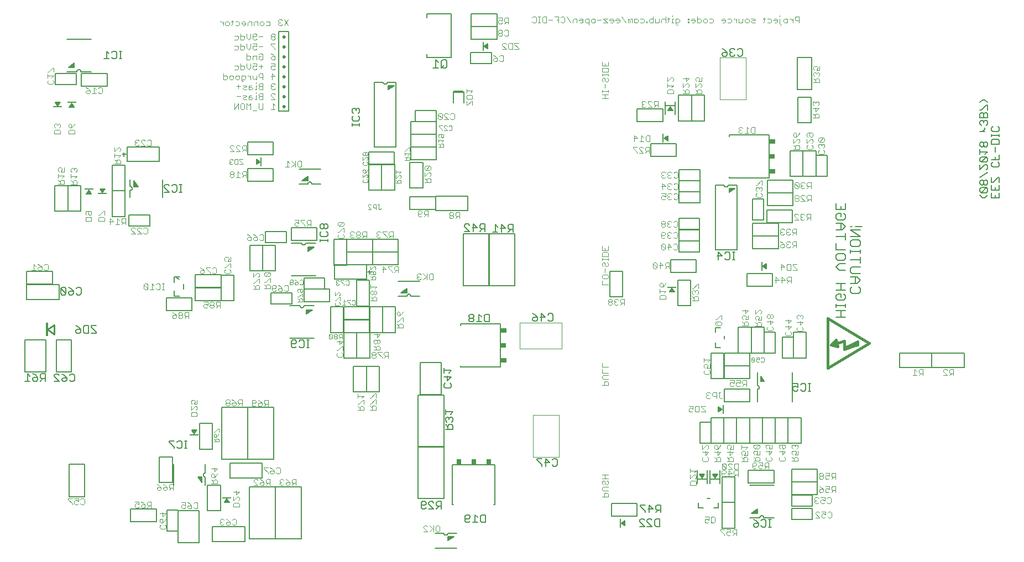
<source format=gbo>
G75*
G70*
%OFA0B0*%
%FSLAX24Y24*%
%IPPOS*%
%LPD*%
%AMOC8*
5,1,8,0,0,1.08239X$1,22.5*
%
%ADD10C,0.0040*%
%ADD11C,0.0050*%
%ADD12C,0.0100*%
%ADD13C,0.0060*%
%ADD14C,0.0160*%
%ADD15C,0.0070*%
%ADD16C,0.0030*%
%ADD17C,0.0080*%
%ADD18R,0.0327X0.0299*%
%ADD19R,0.0358X0.0299*%
%ADD20R,0.0079X0.0551*%
%ADD21R,0.0299X0.0327*%
%ADD22R,0.0299X0.0358*%
%ADD23R,0.0551X0.0079*%
%ADD24C,0.0020*%
%ADD25R,0.0620X0.0118*%
%ADD26R,0.0118X0.0827*%
D10*
X006461Y004670D02*
X006461Y004730D01*
X006221Y004970D01*
X006221Y005030D01*
X006461Y005030D01*
X006589Y005030D02*
X006829Y005030D01*
X006829Y004850D01*
X006709Y004910D01*
X006649Y004910D01*
X006589Y004850D01*
X006589Y004730D01*
X006649Y004670D01*
X006769Y004670D01*
X006829Y004730D01*
X006957Y004730D02*
X007017Y004670D01*
X007137Y004670D01*
X007197Y004730D01*
X007197Y004970D01*
X007137Y005030D01*
X007017Y005030D01*
X006957Y004970D01*
X010246Y004830D02*
X010486Y004830D01*
X010486Y004650D01*
X010366Y004710D01*
X010306Y004710D01*
X010246Y004650D01*
X010246Y004530D01*
X010306Y004470D01*
X010426Y004470D01*
X010486Y004530D01*
X010614Y004530D02*
X010614Y004590D01*
X010674Y004650D01*
X010854Y004650D01*
X010854Y004530D01*
X010794Y004470D01*
X010674Y004470D01*
X010614Y004530D01*
X010734Y004770D02*
X010854Y004650D01*
X010982Y004650D02*
X011042Y004590D01*
X011222Y004590D01*
X011102Y004590D02*
X010982Y004470D01*
X010982Y004650D02*
X010982Y004770D01*
X011042Y004830D01*
X011222Y004830D01*
X011222Y004470D01*
X010734Y004770D02*
X010614Y004830D01*
X011566Y005580D02*
X011566Y005640D01*
X011626Y005700D01*
X011806Y005700D01*
X011806Y005580D01*
X011746Y005520D01*
X011626Y005520D01*
X011566Y005580D01*
X011686Y005820D02*
X011806Y005700D01*
X011934Y005640D02*
X011994Y005700D01*
X012174Y005700D01*
X012174Y005580D01*
X012114Y005520D01*
X011994Y005520D01*
X011934Y005580D01*
X011934Y005640D01*
X012054Y005820D02*
X012174Y005700D01*
X012302Y005700D02*
X012362Y005640D01*
X012542Y005640D01*
X012422Y005640D02*
X012302Y005520D01*
X012302Y005700D02*
X012302Y005820D01*
X012362Y005880D01*
X012542Y005880D01*
X012542Y005520D01*
X012054Y005820D02*
X011934Y005880D01*
X011686Y005820D02*
X011566Y005880D01*
X013046Y004780D02*
X013286Y004780D01*
X013286Y004600D01*
X013166Y004660D01*
X013106Y004660D01*
X013046Y004600D01*
X013046Y004480D01*
X013106Y004420D01*
X013226Y004420D01*
X013286Y004480D01*
X013414Y004480D02*
X013414Y004540D01*
X013474Y004600D01*
X013654Y004600D01*
X013654Y004480D01*
X013594Y004420D01*
X013474Y004420D01*
X013414Y004480D01*
X013534Y004720D02*
X013654Y004600D01*
X013534Y004720D02*
X013414Y004780D01*
X013782Y004720D02*
X013842Y004780D01*
X013962Y004780D01*
X014022Y004720D01*
X014022Y004480D01*
X013962Y004420D01*
X013842Y004420D01*
X013782Y004480D01*
X012093Y004112D02*
X011913Y003932D01*
X011913Y004172D01*
X012093Y004112D02*
X011732Y004112D01*
X011793Y003804D02*
X011853Y003804D01*
X011913Y003743D01*
X011913Y003563D01*
X011793Y003563D01*
X011732Y003623D01*
X011732Y003743D01*
X011793Y003804D01*
X012033Y003683D02*
X011913Y003563D01*
X012033Y003683D02*
X012093Y003804D01*
X012033Y003435D02*
X012093Y003375D01*
X012093Y003255D01*
X012033Y003195D01*
X011793Y003195D01*
X011732Y003255D01*
X011732Y003375D01*
X011793Y003435D01*
X015371Y003480D02*
X015431Y003420D01*
X015551Y003420D01*
X015611Y003480D01*
X015739Y003480D02*
X015739Y003540D01*
X015799Y003600D01*
X015979Y003600D01*
X015979Y003480D01*
X015919Y003420D01*
X015799Y003420D01*
X015739Y003480D01*
X015859Y003720D02*
X015979Y003600D01*
X015859Y003720D02*
X015739Y003780D01*
X015611Y003720D02*
X015551Y003780D01*
X015431Y003780D01*
X015371Y003720D01*
X015371Y003660D01*
X015431Y003600D01*
X015371Y003540D01*
X015371Y003480D01*
X015431Y003600D02*
X015491Y003600D01*
X016107Y003480D02*
X016167Y003420D01*
X016287Y003420D01*
X016347Y003480D01*
X016347Y003720D01*
X016287Y003780D01*
X016167Y003780D01*
X016107Y003720D01*
X016176Y004512D02*
X016176Y004692D01*
X016236Y004752D01*
X016476Y004752D01*
X016536Y004692D01*
X016536Y004512D01*
X016176Y004512D01*
X016176Y004880D02*
X016416Y005120D01*
X016476Y005120D01*
X016536Y005060D01*
X016536Y004940D01*
X016476Y004880D01*
X016176Y004880D02*
X016176Y005120D01*
X016356Y005249D02*
X016356Y005489D01*
X016176Y005429D02*
X016536Y005429D01*
X016356Y005249D01*
X017416Y005820D02*
X017656Y005820D01*
X017416Y006060D01*
X017416Y006120D01*
X017476Y006180D01*
X017596Y006180D01*
X017656Y006120D01*
X017784Y006180D02*
X017904Y006120D01*
X018024Y006000D01*
X017844Y006000D01*
X017784Y005940D01*
X017784Y005880D01*
X017844Y005820D01*
X017964Y005820D01*
X018024Y005880D01*
X018024Y006000D01*
X018152Y006000D02*
X018212Y005940D01*
X018392Y005940D01*
X018272Y005940D02*
X018152Y005820D01*
X018152Y006000D02*
X018152Y006120D01*
X018212Y006180D01*
X018392Y006180D01*
X018392Y005820D01*
X018966Y005880D02*
X018966Y005940D01*
X019026Y006000D01*
X019086Y006000D01*
X019026Y006000D02*
X018966Y006060D01*
X018966Y006120D01*
X019026Y006180D01*
X019146Y006180D01*
X019206Y006120D01*
X019334Y006180D02*
X019454Y006120D01*
X019574Y006000D01*
X019394Y006000D01*
X019334Y005940D01*
X019334Y005880D01*
X019394Y005820D01*
X019514Y005820D01*
X019574Y005880D01*
X019574Y006000D01*
X019702Y006000D02*
X019762Y005940D01*
X019942Y005940D01*
X019822Y005940D02*
X019702Y005820D01*
X019702Y006000D02*
X019702Y006120D01*
X019762Y006180D01*
X019942Y006180D01*
X019942Y005820D01*
X019206Y005880D02*
X019146Y005820D01*
X019026Y005820D01*
X018966Y005880D01*
X018937Y006520D02*
X018817Y006520D01*
X018757Y006580D01*
X018629Y006580D02*
X018569Y006520D01*
X018449Y006520D01*
X018389Y006580D01*
X018389Y006640D01*
X018449Y006700D01*
X018629Y006700D01*
X018629Y006580D01*
X018629Y006700D02*
X018509Y006820D01*
X018389Y006880D01*
X018261Y006880D02*
X018021Y006880D01*
X018021Y006820D01*
X018261Y006580D01*
X018261Y006520D01*
X018757Y006820D02*
X018817Y006880D01*
X018937Y006880D01*
X018997Y006820D01*
X018997Y006580D01*
X018937Y006520D01*
X015218Y006529D02*
X015158Y006408D01*
X015038Y006288D01*
X015038Y006468D01*
X014978Y006529D01*
X014918Y006529D01*
X014857Y006468D01*
X014857Y006348D01*
X014918Y006288D01*
X015038Y006288D01*
X015038Y006160D02*
X014978Y006100D01*
X014978Y005920D01*
X014978Y006040D02*
X014857Y006160D01*
X015038Y006160D02*
X015158Y006160D01*
X015218Y006100D01*
X015218Y005920D01*
X014857Y005920D01*
X015038Y006657D02*
X015038Y006897D01*
X015218Y006837D02*
X015038Y006657D01*
X015218Y006837D02*
X014857Y006837D01*
X013986Y009987D02*
X013626Y009987D01*
X013626Y010167D01*
X013686Y010227D01*
X013926Y010227D01*
X013986Y010167D01*
X013986Y009987D01*
X013926Y010355D02*
X013986Y010415D01*
X013986Y010535D01*
X013926Y010595D01*
X013866Y010595D01*
X013626Y010355D01*
X013626Y010595D01*
X013686Y010724D02*
X013626Y010784D01*
X013626Y010904D01*
X013686Y010964D01*
X013806Y010964D01*
X013866Y010904D01*
X013866Y010844D01*
X013806Y010724D01*
X013986Y010724D01*
X013986Y010964D01*
X015721Y010920D02*
X015721Y010860D01*
X015781Y010800D01*
X015901Y010800D01*
X015961Y010860D01*
X015961Y010920D01*
X015901Y010980D01*
X015781Y010980D01*
X015721Y010920D01*
X015781Y010800D02*
X015721Y010740D01*
X015721Y010680D01*
X015781Y010620D01*
X015901Y010620D01*
X015961Y010680D01*
X015961Y010740D01*
X015901Y010800D01*
X016089Y010740D02*
X016149Y010800D01*
X016329Y010800D01*
X016329Y010680D01*
X016269Y010620D01*
X016149Y010620D01*
X016089Y010680D01*
X016089Y010740D01*
X016209Y010920D02*
X016329Y010800D01*
X016457Y010800D02*
X016517Y010740D01*
X016697Y010740D01*
X016577Y010740D02*
X016457Y010620D01*
X016457Y010800D02*
X016457Y010920D01*
X016517Y010980D01*
X016697Y010980D01*
X016697Y010620D01*
X016209Y010920D02*
X016089Y010980D01*
X017296Y010895D02*
X017356Y010955D01*
X017476Y010955D01*
X017536Y010895D01*
X017536Y010835D01*
X017476Y010775D01*
X017296Y010775D01*
X017296Y010655D02*
X017296Y010895D01*
X017296Y010655D02*
X017356Y010595D01*
X017476Y010595D01*
X017536Y010655D01*
X017664Y010655D02*
X017664Y010715D01*
X017724Y010775D01*
X017904Y010775D01*
X017904Y010655D01*
X017844Y010595D01*
X017724Y010595D01*
X017664Y010655D01*
X017784Y010895D02*
X017904Y010775D01*
X018032Y010775D02*
X018092Y010715D01*
X018272Y010715D01*
X018152Y010715D02*
X018032Y010595D01*
X018032Y010775D02*
X018032Y010895D01*
X018092Y010955D01*
X018272Y010955D01*
X018272Y010595D01*
X017784Y010895D02*
X017664Y010955D01*
X022407Y013630D02*
X022407Y013750D01*
X022468Y013810D01*
X022468Y013938D02*
X022407Y013938D01*
X022468Y013938D02*
X022708Y014179D01*
X022768Y014179D01*
X022768Y013938D01*
X022708Y013810D02*
X022768Y013750D01*
X022768Y013630D01*
X022708Y013570D01*
X022468Y013570D01*
X022407Y013630D01*
X022588Y014307D02*
X022588Y014547D01*
X022768Y014487D02*
X022588Y014307D01*
X022768Y014487D02*
X022407Y014487D01*
X024521Y013795D02*
X024521Y013735D01*
X024581Y013675D01*
X024701Y013675D01*
X024761Y013735D01*
X024761Y013795D01*
X024701Y013855D01*
X024581Y013855D01*
X024521Y013795D01*
X024581Y013675D02*
X024521Y013615D01*
X024521Y013555D01*
X024581Y013495D01*
X024701Y013495D01*
X024761Y013555D01*
X024761Y013615D01*
X024701Y013675D01*
X024889Y013795D02*
X025129Y013555D01*
X025129Y013495D01*
X025257Y013495D02*
X025377Y013615D01*
X025317Y013615D02*
X025497Y013615D01*
X025497Y013495D02*
X025497Y013855D01*
X025317Y013855D01*
X025257Y013795D01*
X025257Y013675D01*
X025317Y013615D01*
X025129Y013855D02*
X024889Y013855D01*
X024889Y013795D01*
X024778Y013990D02*
X024778Y014170D01*
X024838Y014230D01*
X024958Y014230D01*
X025018Y014170D01*
X025018Y013990D01*
X024657Y013990D01*
X024778Y014110D02*
X024657Y014230D01*
X024718Y014358D02*
X024778Y014358D01*
X024838Y014418D01*
X024838Y014539D01*
X024778Y014599D01*
X024718Y014599D01*
X024657Y014539D01*
X024657Y014418D01*
X024718Y014358D01*
X024838Y014418D02*
X024898Y014358D01*
X024958Y014358D01*
X025018Y014418D01*
X025018Y014539D01*
X024958Y014599D01*
X024898Y014599D01*
X024838Y014539D01*
X024838Y014727D02*
X024838Y014967D01*
X025018Y014907D02*
X024657Y014907D01*
X024838Y014727D02*
X025018Y014907D01*
X026032Y015315D02*
X026393Y015315D01*
X026393Y015495D01*
X026333Y015555D01*
X026213Y015555D01*
X026153Y015495D01*
X026153Y015315D01*
X026153Y015435D02*
X026032Y015555D01*
X026032Y015683D02*
X026093Y015683D01*
X026333Y015924D01*
X026393Y015924D01*
X026393Y015683D01*
X026213Y016052D02*
X026213Y016232D01*
X026153Y016292D01*
X026093Y016292D01*
X026032Y016232D01*
X026032Y016112D01*
X026093Y016052D01*
X026213Y016052D01*
X026333Y016172D01*
X026393Y016292D01*
X024818Y016945D02*
X024818Y017125D01*
X024758Y017185D01*
X024638Y017185D01*
X024578Y017125D01*
X024578Y016945D01*
X024578Y017065D02*
X024457Y017185D01*
X024518Y017313D02*
X024578Y017313D01*
X024638Y017373D01*
X024638Y017493D01*
X024578Y017554D01*
X024518Y017554D01*
X024457Y017493D01*
X024457Y017373D01*
X024518Y017313D01*
X024638Y017373D02*
X024698Y017313D01*
X024758Y017313D01*
X024818Y017373D01*
X024818Y017493D01*
X024758Y017554D01*
X024698Y017554D01*
X024638Y017493D01*
X024698Y017682D02*
X024818Y017802D01*
X024457Y017802D01*
X024457Y017682D02*
X024457Y017922D01*
X024457Y016945D02*
X024818Y016945D01*
X027246Y018280D02*
X027306Y018220D01*
X027426Y018220D01*
X027486Y018280D01*
X027614Y018220D02*
X027794Y018400D01*
X027854Y018340D02*
X027614Y018580D01*
X027486Y018520D02*
X027426Y018580D01*
X027306Y018580D01*
X027246Y018520D01*
X027246Y018460D01*
X027306Y018400D01*
X027246Y018340D01*
X027246Y018280D01*
X027306Y018400D02*
X027366Y018400D01*
X027854Y018580D02*
X027854Y018220D01*
X027982Y018280D02*
X027982Y018520D01*
X028042Y018580D01*
X028162Y018580D01*
X028222Y018520D01*
X028222Y018280D01*
X028162Y018220D01*
X028042Y018220D01*
X027982Y018280D01*
X026122Y018670D02*
X026122Y019030D01*
X025942Y019030D01*
X025882Y018970D01*
X025882Y018850D01*
X025942Y018790D01*
X026122Y018790D01*
X026002Y018790D02*
X025882Y018670D01*
X025754Y018670D02*
X025754Y018730D01*
X025514Y018970D01*
X025514Y019030D01*
X025754Y019030D01*
X025386Y018850D02*
X025146Y018850D01*
X025206Y018670D02*
X025206Y019030D01*
X025386Y018850D01*
X025429Y020745D02*
X025429Y020805D01*
X025189Y021045D01*
X025189Y021105D01*
X025429Y021105D01*
X025557Y021045D02*
X025557Y020925D01*
X025617Y020865D01*
X025797Y020865D01*
X025677Y020865D02*
X025557Y020745D01*
X025797Y020745D02*
X025797Y021105D01*
X025617Y021105D01*
X025557Y021045D01*
X025061Y021045D02*
X025001Y021105D01*
X024881Y021105D01*
X024821Y021045D01*
X024821Y020985D01*
X024881Y020925D01*
X024821Y020865D01*
X024821Y020805D01*
X024881Y020745D01*
X025001Y020745D01*
X025061Y020805D01*
X024941Y020925D02*
X024881Y020925D01*
X024197Y020865D02*
X024017Y020865D01*
X023957Y020925D01*
X023957Y021045D01*
X024017Y021105D01*
X024197Y021105D01*
X024197Y020745D01*
X024077Y020865D02*
X023957Y020745D01*
X023829Y020805D02*
X023769Y020745D01*
X023649Y020745D01*
X023589Y020805D01*
X023589Y020865D01*
X023649Y020925D01*
X023769Y020925D01*
X023829Y020985D01*
X023829Y021045D01*
X023769Y021105D01*
X023649Y021105D01*
X023589Y021045D01*
X023589Y020985D01*
X023649Y020925D01*
X023769Y020925D02*
X023829Y020865D01*
X023829Y020805D01*
X023461Y020805D02*
X023401Y020745D01*
X023281Y020745D01*
X023221Y020805D01*
X023221Y020865D01*
X023281Y020925D01*
X023341Y020925D01*
X023281Y020925D02*
X023221Y020985D01*
X023221Y021045D01*
X023281Y021105D01*
X023401Y021105D01*
X023461Y021045D01*
X022843Y021088D02*
X022843Y021329D01*
X022783Y021329D01*
X022543Y021088D01*
X022482Y021088D01*
X022543Y020960D02*
X022482Y020900D01*
X022482Y020780D01*
X022543Y020720D01*
X022783Y020720D01*
X022843Y020780D01*
X022843Y020900D01*
X022783Y020960D01*
X022783Y021457D02*
X022843Y021517D01*
X022843Y021637D01*
X022783Y021697D01*
X022543Y021457D01*
X022482Y021517D01*
X022482Y021637D01*
X022543Y021697D01*
X022783Y021697D01*
X022783Y021457D02*
X022543Y021457D01*
X020842Y021445D02*
X020842Y021805D01*
X020662Y021805D01*
X020602Y021745D01*
X020602Y021625D01*
X020662Y021565D01*
X020842Y021565D01*
X020722Y021565D02*
X020602Y021445D01*
X020474Y021445D02*
X020474Y021505D01*
X020234Y021745D01*
X020234Y021805D01*
X020474Y021805D01*
X020106Y021805D02*
X020106Y021625D01*
X019986Y021685D01*
X019926Y021685D01*
X019866Y021625D01*
X019866Y021505D01*
X019926Y021445D01*
X020046Y021445D01*
X020106Y021505D01*
X020106Y021805D02*
X019866Y021805D01*
X017992Y020895D02*
X017992Y020655D01*
X017932Y020595D01*
X017812Y020595D01*
X017752Y020655D01*
X017624Y020655D02*
X017564Y020595D01*
X017444Y020595D01*
X017384Y020655D01*
X017384Y020715D01*
X017444Y020775D01*
X017624Y020775D01*
X017624Y020655D01*
X017624Y020775D02*
X017504Y020895D01*
X017384Y020955D01*
X017256Y020775D02*
X017076Y020775D01*
X017016Y020715D01*
X017016Y020655D01*
X017076Y020595D01*
X017196Y020595D01*
X017256Y020655D01*
X017256Y020775D01*
X017136Y020895D01*
X017016Y020955D01*
X017752Y020895D02*
X017812Y020955D01*
X017932Y020955D01*
X017992Y020895D01*
X016018Y019572D02*
X016018Y019332D01*
X015838Y019332D01*
X015898Y019452D01*
X015898Y019512D01*
X015838Y019572D01*
X015718Y019572D01*
X015657Y019512D01*
X015657Y019392D01*
X015718Y019332D01*
X015958Y019204D02*
X015718Y018963D01*
X015657Y018963D01*
X015718Y018835D02*
X015657Y018775D01*
X015657Y018655D01*
X015718Y018595D01*
X015958Y018595D01*
X016018Y018655D01*
X016018Y018775D01*
X015958Y018835D01*
X016018Y018963D02*
X016018Y019204D01*
X015958Y019204D01*
X015147Y018895D02*
X015147Y018655D01*
X015087Y018595D01*
X014967Y018595D01*
X014907Y018655D01*
X014779Y018655D02*
X014779Y018595D01*
X014779Y018655D02*
X014539Y018895D01*
X014539Y018955D01*
X014779Y018955D01*
X014907Y018895D02*
X014967Y018955D01*
X015087Y018955D01*
X015147Y018895D01*
X014411Y018775D02*
X014231Y018775D01*
X014171Y018715D01*
X014171Y018655D01*
X014231Y018595D01*
X014351Y018595D01*
X014411Y018655D01*
X014411Y018775D01*
X014291Y018895D01*
X014171Y018955D01*
X012002Y017980D02*
X011882Y017980D01*
X011942Y017980D02*
X011942Y017620D01*
X012002Y017620D02*
X011882Y017620D01*
X011757Y017680D02*
X011697Y017620D01*
X011577Y017620D01*
X011517Y017680D01*
X011389Y017620D02*
X011148Y017620D01*
X011269Y017620D02*
X011269Y017980D01*
X011389Y017860D01*
X011517Y017920D02*
X011577Y017980D01*
X011697Y017980D01*
X011757Y017920D01*
X011757Y017680D01*
X011020Y017680D02*
X010960Y017620D01*
X010840Y017620D01*
X010780Y017680D01*
X010780Y017920D01*
X011020Y017680D01*
X011020Y017920D01*
X010960Y017980D01*
X010840Y017980D01*
X010780Y017920D01*
X012496Y016255D02*
X012616Y016195D01*
X012736Y016075D01*
X012556Y016075D01*
X012496Y016015D01*
X012496Y015955D01*
X012556Y015895D01*
X012676Y015895D01*
X012736Y015955D01*
X012736Y016075D01*
X012864Y016015D02*
X012864Y015955D01*
X012924Y015895D01*
X013044Y015895D01*
X013104Y015955D01*
X013104Y016015D01*
X013044Y016075D01*
X012924Y016075D01*
X012864Y016015D01*
X012924Y016075D02*
X012864Y016135D01*
X012864Y016195D01*
X012924Y016255D01*
X013044Y016255D01*
X013104Y016195D01*
X013104Y016135D01*
X013044Y016075D01*
X013232Y016075D02*
X013292Y016015D01*
X013472Y016015D01*
X013352Y016015D02*
X013232Y015895D01*
X013232Y016075D02*
X013232Y016195D01*
X013292Y016255D01*
X013472Y016255D01*
X013472Y015895D01*
X014391Y016580D02*
X014451Y016520D01*
X014571Y016520D01*
X014631Y016580D01*
X014631Y016700D02*
X014511Y016760D01*
X014451Y016760D01*
X014391Y016700D01*
X014391Y016580D01*
X014631Y016700D02*
X014631Y016880D01*
X014391Y016880D01*
X014759Y016820D02*
X014759Y016760D01*
X014819Y016700D01*
X014939Y016700D01*
X014999Y016760D01*
X014999Y016820D01*
X014939Y016880D01*
X014819Y016880D01*
X014759Y016820D01*
X014819Y016700D02*
X014759Y016640D01*
X014759Y016580D01*
X014819Y016520D01*
X014939Y016520D01*
X014999Y016580D01*
X014999Y016640D01*
X014939Y016700D01*
X015127Y016700D02*
X015187Y016640D01*
X015367Y016640D01*
X015247Y016640D02*
X015127Y016520D01*
X015127Y016700D02*
X015127Y016820D01*
X015187Y016880D01*
X015367Y016880D01*
X015367Y016520D01*
X017382Y017640D02*
X017743Y017640D01*
X017743Y017820D01*
X017683Y017880D01*
X017563Y017880D01*
X017503Y017820D01*
X017503Y017640D01*
X017503Y017760D02*
X017382Y017880D01*
X017382Y018008D02*
X017443Y018008D01*
X017683Y018249D01*
X017743Y018249D01*
X017743Y018008D01*
X018032Y018058D02*
X018093Y018058D01*
X018333Y018299D01*
X018393Y018299D01*
X018393Y018058D01*
X018333Y017930D02*
X018213Y017930D01*
X018153Y017870D01*
X018153Y017690D01*
X018153Y017810D02*
X018032Y017930D01*
X018032Y017690D02*
X018393Y017690D01*
X018393Y017870D01*
X018333Y017930D01*
X018516Y017820D02*
X018516Y017580D01*
X018576Y017520D01*
X018696Y017520D01*
X018756Y017580D01*
X018884Y017580D02*
X018884Y017640D01*
X018944Y017700D01*
X019124Y017700D01*
X019124Y017580D01*
X019064Y017520D01*
X018944Y017520D01*
X018884Y017580D01*
X018756Y017760D02*
X018696Y017700D01*
X018516Y017700D01*
X018516Y017820D02*
X018576Y017880D01*
X018696Y017880D01*
X018756Y017820D01*
X018756Y017760D01*
X018884Y017880D02*
X019004Y017820D01*
X019124Y017700D01*
X019252Y017580D02*
X019312Y017520D01*
X019432Y017520D01*
X019492Y017580D01*
X019492Y017820D01*
X019432Y017880D01*
X019312Y017880D01*
X019252Y017820D01*
X018393Y018487D02*
X018393Y018607D01*
X018333Y018667D01*
X018093Y018427D01*
X018032Y018487D01*
X018032Y018607D01*
X018093Y018667D01*
X018333Y018667D01*
X018393Y018487D02*
X018333Y018427D01*
X018093Y018427D01*
X017743Y018437D02*
X017743Y018557D01*
X017683Y018617D01*
X017623Y018617D01*
X017382Y018377D01*
X017382Y018617D01*
X017683Y018377D02*
X017743Y018437D01*
X010997Y021055D02*
X010937Y020995D01*
X010817Y020995D01*
X010757Y021055D01*
X010629Y020995D02*
X010389Y021235D01*
X010389Y021295D01*
X010449Y021355D01*
X010569Y021355D01*
X010629Y021295D01*
X010757Y021295D02*
X010817Y021355D01*
X010937Y021355D01*
X010997Y021295D01*
X010997Y021055D01*
X010629Y020995D02*
X010389Y020995D01*
X010261Y020995D02*
X010021Y021235D01*
X010021Y021295D01*
X010081Y021355D01*
X010201Y021355D01*
X010261Y021295D01*
X010261Y020995D02*
X010021Y020995D01*
X009672Y021545D02*
X009672Y021905D01*
X009492Y021905D01*
X009432Y021845D01*
X009432Y021725D01*
X009492Y021665D01*
X009672Y021665D01*
X009552Y021665D02*
X009432Y021545D01*
X009304Y021545D02*
X009064Y021545D01*
X009184Y021545D02*
X009184Y021905D01*
X009304Y021785D01*
X008936Y021725D02*
X008696Y021725D01*
X008756Y021545D02*
X008756Y021905D01*
X008936Y021725D01*
X008399Y021741D02*
X008399Y021922D01*
X008339Y021982D01*
X008099Y021982D01*
X008039Y021922D01*
X008039Y021741D01*
X008399Y021741D01*
X008399Y022110D02*
X008399Y022350D01*
X008339Y022350D01*
X008099Y022110D01*
X008039Y022110D01*
X007624Y022170D02*
X007564Y022110D01*
X007504Y022110D01*
X007444Y022170D01*
X007444Y022350D01*
X007564Y022350D02*
X007624Y022290D01*
X007624Y022170D01*
X007564Y022350D02*
X007324Y022350D01*
X007264Y022290D01*
X007264Y022170D01*
X007324Y022110D01*
X007324Y021982D02*
X007564Y021982D01*
X007624Y021922D01*
X007624Y021741D01*
X007264Y021741D01*
X007264Y021922D01*
X007324Y021982D01*
X006743Y023970D02*
X006743Y024150D01*
X006683Y024210D01*
X006563Y024210D01*
X006503Y024150D01*
X006503Y023970D01*
X006503Y024090D02*
X006382Y024210D01*
X006382Y024338D02*
X006382Y024579D01*
X006382Y024458D02*
X006743Y024458D01*
X006623Y024338D01*
X006683Y024707D02*
X006743Y024767D01*
X006743Y024887D01*
X006683Y024947D01*
X006623Y024947D01*
X006563Y024887D01*
X006503Y024947D01*
X006443Y024947D01*
X006382Y024887D01*
X006382Y024767D01*
X006443Y024707D01*
X006563Y024827D02*
X006563Y024887D01*
X005968Y024972D02*
X005968Y024732D01*
X005788Y024732D01*
X005848Y024852D01*
X005848Y024912D01*
X005788Y024972D01*
X005668Y024972D01*
X005607Y024912D01*
X005607Y024792D01*
X005668Y024732D01*
X005607Y024604D02*
X005607Y024363D01*
X005607Y024483D02*
X005968Y024483D01*
X005848Y024363D01*
X005908Y024235D02*
X005788Y024235D01*
X005728Y024175D01*
X005728Y023995D01*
X005728Y024115D02*
X005607Y024235D01*
X005607Y023995D02*
X005968Y023995D01*
X005968Y024175D01*
X005908Y024235D01*
X006382Y023970D02*
X006743Y023970D01*
X009007Y025220D02*
X009368Y025220D01*
X009368Y025400D01*
X009308Y025460D01*
X009188Y025460D01*
X009128Y025400D01*
X009128Y025220D01*
X009128Y025340D02*
X009007Y025460D01*
X009007Y025588D02*
X009007Y025829D01*
X009007Y025708D02*
X009368Y025708D01*
X009248Y025588D01*
X009308Y025957D02*
X009368Y026017D01*
X009368Y026137D01*
X009308Y026197D01*
X009248Y026197D01*
X009007Y025957D01*
X009007Y026197D01*
X010246Y026355D02*
X010306Y026295D01*
X010426Y026295D01*
X010486Y026355D01*
X010614Y026295D02*
X010854Y026295D01*
X010614Y026535D01*
X010614Y026595D01*
X010674Y026655D01*
X010794Y026655D01*
X010854Y026595D01*
X010982Y026595D02*
X011042Y026655D01*
X011162Y026655D01*
X011222Y026595D01*
X011222Y026355D01*
X011162Y026295D01*
X011042Y026295D01*
X010982Y026355D01*
X010486Y026595D02*
X010426Y026655D01*
X010306Y026655D01*
X010246Y026595D01*
X010246Y026535D01*
X010306Y026475D01*
X010246Y026415D01*
X010246Y026355D01*
X010306Y026475D02*
X010366Y026475D01*
X006599Y027016D02*
X006599Y027197D01*
X006539Y027257D01*
X006299Y027257D01*
X006239Y027197D01*
X006239Y027016D01*
X006599Y027016D01*
X006419Y027385D02*
X006299Y027385D01*
X006239Y027445D01*
X006239Y027565D01*
X006299Y027625D01*
X006359Y027625D01*
X006419Y027565D01*
X006419Y027385D01*
X006539Y027505D01*
X006599Y027625D01*
X005749Y027565D02*
X005749Y027445D01*
X005689Y027385D01*
X005689Y027257D02*
X005749Y027197D01*
X005749Y027016D01*
X005389Y027016D01*
X005389Y027197D01*
X005449Y027257D01*
X005689Y027257D01*
X005449Y027385D02*
X005389Y027445D01*
X005389Y027565D01*
X005449Y027625D01*
X005509Y027625D01*
X005569Y027565D01*
X005569Y027505D01*
X005569Y027565D02*
X005629Y027625D01*
X005689Y027625D01*
X005749Y027565D01*
X007351Y029445D02*
X007291Y029505D01*
X007291Y029565D01*
X007351Y029625D01*
X007531Y029625D01*
X007531Y029505D01*
X007471Y029445D01*
X007351Y029445D01*
X007531Y029625D02*
X007411Y029745D01*
X007291Y029805D01*
X007779Y029805D02*
X007779Y029445D01*
X007899Y029445D02*
X007659Y029445D01*
X007899Y029685D02*
X007779Y029805D01*
X008027Y029745D02*
X008087Y029805D01*
X008207Y029805D01*
X008267Y029745D01*
X008267Y029505D01*
X008207Y029445D01*
X008087Y029445D01*
X008027Y029505D01*
X005343Y030080D02*
X005283Y030020D01*
X005043Y030020D01*
X004982Y030080D01*
X004982Y030200D01*
X005043Y030260D01*
X004982Y030388D02*
X004982Y030629D01*
X004982Y030508D02*
X005343Y030508D01*
X005223Y030388D01*
X005283Y030260D02*
X005343Y030200D01*
X005343Y030080D01*
X005343Y030757D02*
X005343Y030997D01*
X005283Y030997D01*
X005043Y030757D01*
X004982Y030757D01*
X015567Y030655D02*
X015567Y030295D01*
X015747Y030295D01*
X015807Y030355D01*
X015807Y030475D01*
X015747Y030535D01*
X015567Y030535D01*
X015935Y030475D02*
X015995Y030535D01*
X016116Y030535D01*
X016176Y030475D01*
X016176Y030355D01*
X016116Y030295D01*
X015995Y030295D01*
X015935Y030355D01*
X015935Y030475D01*
X016304Y030475D02*
X016364Y030535D01*
X016484Y030535D01*
X016544Y030475D01*
X016544Y030355D01*
X016484Y030295D01*
X016364Y030295D01*
X016304Y030355D01*
X016304Y030475D01*
X016672Y030535D02*
X016852Y030535D01*
X016912Y030475D01*
X016912Y030355D01*
X016852Y030295D01*
X016672Y030295D01*
X016672Y030235D02*
X016672Y030535D01*
X016672Y030235D02*
X016732Y030175D01*
X016792Y030175D01*
X016733Y029935D02*
X016914Y029935D01*
X016974Y029875D01*
X016914Y029815D01*
X016794Y029815D01*
X016733Y029755D01*
X016794Y029695D01*
X016974Y029695D01*
X017102Y029695D02*
X017282Y029695D01*
X017342Y029755D01*
X017282Y029815D01*
X017102Y029815D01*
X017102Y029875D02*
X017102Y029695D01*
X017102Y029875D02*
X017162Y029935D01*
X017282Y029935D01*
X017527Y029935D02*
X017527Y029695D01*
X017467Y029695D02*
X017588Y029695D01*
X017716Y029755D02*
X017776Y029695D01*
X017956Y029695D01*
X017956Y030055D01*
X017776Y030055D01*
X017716Y029995D01*
X017716Y029935D01*
X017776Y029875D01*
X017956Y029875D01*
X017776Y029875D02*
X017716Y029815D01*
X017716Y029755D01*
X017588Y029935D02*
X017527Y029935D01*
X017527Y030055D02*
X017527Y030115D01*
X017527Y030295D02*
X017467Y030355D01*
X017407Y030295D01*
X017347Y030355D01*
X017347Y030535D01*
X017219Y030535D02*
X017219Y030295D01*
X017219Y030415D02*
X017099Y030535D01*
X017039Y030535D01*
X017099Y030895D02*
X016979Y031015D01*
X016979Y031255D01*
X016851Y031075D02*
X016791Y031135D01*
X016611Y031135D01*
X016611Y031255D02*
X016611Y030895D01*
X016791Y030895D01*
X016851Y030955D01*
X016851Y031075D01*
X017099Y030895D02*
X017219Y031015D01*
X017219Y031255D01*
X017347Y031255D02*
X017588Y031255D01*
X017588Y031075D01*
X017467Y031135D01*
X017407Y031135D01*
X017347Y031075D01*
X017347Y030955D01*
X017407Y030895D01*
X017527Y030895D01*
X017588Y030955D01*
X017716Y031075D02*
X017956Y031075D01*
X017836Y031195D02*
X017836Y030955D01*
X017776Y030655D02*
X017716Y030595D01*
X017716Y030475D01*
X017776Y030415D01*
X017956Y030415D01*
X017956Y030295D02*
X017956Y030655D01*
X017776Y030655D01*
X017588Y030535D02*
X017588Y030355D01*
X017527Y030295D01*
X016605Y029875D02*
X016365Y029875D01*
X016485Y029995D02*
X016485Y029755D01*
X016733Y029335D02*
X016914Y029335D01*
X016974Y029275D01*
X016914Y029215D01*
X016794Y029215D01*
X016733Y029155D01*
X016794Y029095D01*
X016974Y029095D01*
X017102Y029095D02*
X017282Y029095D01*
X017342Y029155D01*
X017282Y029215D01*
X017102Y029215D01*
X017102Y029275D02*
X017102Y029095D01*
X017102Y029275D02*
X017162Y029335D01*
X017282Y029335D01*
X017527Y029335D02*
X017527Y029095D01*
X017467Y029095D02*
X017588Y029095D01*
X017716Y029155D02*
X017776Y029095D01*
X017956Y029095D01*
X017956Y029455D01*
X017776Y029455D01*
X017716Y029395D01*
X017716Y029335D01*
X017776Y029275D01*
X017956Y029275D01*
X017776Y029275D02*
X017716Y029215D01*
X017716Y029155D01*
X017588Y029335D02*
X017527Y029335D01*
X017527Y029455D02*
X017527Y029515D01*
X016605Y029275D02*
X016365Y029275D01*
X016483Y028855D02*
X016242Y028495D01*
X016242Y028855D01*
X016483Y028855D02*
X016483Y028495D01*
X016611Y028555D02*
X016611Y028795D01*
X016671Y028855D01*
X016791Y028855D01*
X016851Y028795D01*
X016851Y028555D01*
X016791Y028495D01*
X016671Y028495D01*
X016611Y028555D01*
X016979Y028495D02*
X016979Y028855D01*
X017099Y028735D01*
X017219Y028855D01*
X017219Y028495D01*
X017347Y028435D02*
X017588Y028435D01*
X017716Y028555D02*
X017716Y028855D01*
X017956Y028855D02*
X017956Y028555D01*
X017896Y028495D01*
X017776Y028495D01*
X017716Y028555D01*
X018452Y028495D02*
X018692Y028495D01*
X018572Y028495D02*
X018572Y028855D01*
X018692Y028735D01*
X018692Y029095D02*
X018452Y029335D01*
X018452Y029395D01*
X018512Y029455D01*
X018632Y029455D01*
X018692Y029395D01*
X018692Y029095D02*
X018452Y029095D01*
X018512Y029695D02*
X018632Y029695D01*
X018692Y029755D01*
X018572Y029875D02*
X018512Y029875D01*
X018452Y029815D01*
X018452Y029755D01*
X018512Y029695D01*
X018512Y029875D02*
X018452Y029935D01*
X018452Y029995D01*
X018512Y030055D01*
X018632Y030055D01*
X018692Y029995D01*
X018512Y030295D02*
X018512Y030655D01*
X018692Y030475D01*
X018452Y030475D01*
X018512Y030895D02*
X018632Y030895D01*
X018692Y030955D01*
X018692Y031075D02*
X018572Y031135D01*
X018512Y031135D01*
X018452Y031075D01*
X018452Y030955D01*
X018512Y030895D01*
X018692Y031075D02*
X018692Y031255D01*
X018452Y031255D01*
X018512Y031495D02*
X018452Y031555D01*
X018452Y031615D01*
X018512Y031675D01*
X018692Y031675D01*
X018692Y031555D01*
X018632Y031495D01*
X018512Y031495D01*
X018692Y031675D02*
X018572Y031795D01*
X018452Y031855D01*
X018692Y032095D02*
X018692Y032155D01*
X018452Y032395D01*
X018452Y032455D01*
X018692Y032455D01*
X018632Y032695D02*
X018692Y032755D01*
X018692Y032815D01*
X018632Y032875D01*
X018512Y032875D01*
X018452Y032815D01*
X018452Y032755D01*
X018512Y032695D01*
X018632Y032695D01*
X018632Y032875D02*
X018692Y032935D01*
X018692Y032995D01*
X018632Y033055D01*
X018512Y033055D01*
X018452Y032995D01*
X018452Y032935D01*
X018512Y032875D01*
X017956Y032875D02*
X017716Y032875D01*
X017588Y032935D02*
X017527Y032875D01*
X017347Y032875D01*
X017347Y032755D02*
X017347Y032995D01*
X017407Y033055D01*
X017527Y033055D01*
X017588Y032995D01*
X017588Y032935D01*
X017588Y032755D02*
X017527Y032695D01*
X017407Y032695D01*
X017347Y032755D01*
X017219Y032815D02*
X017099Y032695D01*
X016979Y032815D01*
X016979Y033055D01*
X016851Y032875D02*
X016791Y032935D01*
X016611Y032935D01*
X016611Y033055D02*
X016611Y032695D01*
X016791Y032695D01*
X016851Y032755D01*
X016851Y032875D01*
X016483Y032875D02*
X016483Y032755D01*
X016423Y032695D01*
X016242Y032695D01*
X016242Y032935D02*
X016423Y032935D01*
X016483Y032875D01*
X016611Y032455D02*
X016611Y032095D01*
X016791Y032095D01*
X016851Y032155D01*
X016851Y032275D01*
X016791Y032335D01*
X016611Y032335D01*
X016483Y032275D02*
X016483Y032155D01*
X016423Y032095D01*
X016242Y032095D01*
X016242Y032335D02*
X016423Y032335D01*
X016483Y032275D01*
X016979Y032215D02*
X017099Y032095D01*
X017219Y032215D01*
X017219Y032455D01*
X017347Y032455D02*
X017588Y032455D01*
X017588Y032275D01*
X017467Y032335D01*
X017407Y032335D01*
X017347Y032275D01*
X017347Y032155D01*
X017407Y032095D01*
X017527Y032095D01*
X017588Y032155D01*
X017716Y032275D02*
X017956Y032275D01*
X017896Y031855D02*
X017956Y031795D01*
X017956Y031555D01*
X017896Y031495D01*
X017776Y031495D01*
X017716Y031555D01*
X017716Y031675D01*
X017836Y031675D01*
X017716Y031795D02*
X017776Y031855D01*
X017896Y031855D01*
X017588Y031735D02*
X017407Y031735D01*
X017347Y031675D01*
X017347Y031495D01*
X017219Y031555D02*
X017219Y031675D01*
X017159Y031735D01*
X016979Y031735D01*
X016979Y031855D02*
X016979Y031495D01*
X017159Y031495D01*
X017219Y031555D01*
X017588Y031495D02*
X017588Y031735D01*
X016979Y032215D02*
X016979Y032455D01*
X017219Y032815D02*
X017219Y033055D01*
X017283Y033545D02*
X017283Y033785D01*
X017102Y033785D01*
X017042Y033725D01*
X017042Y033545D01*
X016914Y033605D02*
X016914Y033725D01*
X016854Y033785D01*
X016734Y033785D01*
X016674Y033725D01*
X016674Y033665D01*
X016914Y033665D01*
X016914Y033605D02*
X016854Y033545D01*
X016734Y033545D01*
X016546Y033605D02*
X016486Y033545D01*
X016306Y033545D01*
X016118Y033605D02*
X016058Y033545D01*
X016118Y033605D02*
X016118Y033845D01*
X016178Y033785D02*
X016058Y033785D01*
X015932Y033725D02*
X015872Y033785D01*
X015752Y033785D01*
X015692Y033725D01*
X015692Y033605D01*
X015752Y033545D01*
X015872Y033545D01*
X015932Y033605D01*
X015932Y033725D01*
X015564Y033665D02*
X015444Y033785D01*
X015384Y033785D01*
X015564Y033785D02*
X015564Y033545D01*
X016306Y033785D02*
X016486Y033785D01*
X016546Y033725D01*
X016546Y033605D01*
X017411Y033545D02*
X017411Y033725D01*
X017471Y033785D01*
X017651Y033785D01*
X017651Y033545D01*
X017779Y033605D02*
X017779Y033725D01*
X017839Y033785D01*
X017959Y033785D01*
X018019Y033725D01*
X018019Y033605D01*
X017959Y033545D01*
X017839Y033545D01*
X017779Y033605D01*
X018147Y033545D02*
X018327Y033545D01*
X018388Y033605D01*
X018388Y033725D01*
X018327Y033785D01*
X018147Y033785D01*
X018884Y033785D02*
X018944Y033725D01*
X018884Y033665D01*
X018884Y033605D01*
X018944Y033545D01*
X019064Y033545D01*
X019124Y033605D01*
X019252Y033545D02*
X019492Y033905D01*
X019252Y033905D02*
X019492Y033545D01*
X019124Y033845D02*
X019064Y033905D01*
X018944Y033905D01*
X018884Y033845D01*
X018884Y033785D01*
X018944Y033725D02*
X019004Y033725D01*
X016423Y031135D02*
X016483Y031075D01*
X016483Y030955D01*
X016423Y030895D01*
X016242Y030895D01*
X016242Y031135D02*
X016423Y031135D01*
X016394Y026305D02*
X016514Y026305D01*
X016574Y026245D01*
X016702Y026245D02*
X016702Y026125D01*
X016762Y026065D01*
X016942Y026065D01*
X016822Y026065D02*
X016702Y025945D01*
X016574Y025945D02*
X016334Y026185D01*
X016334Y026245D01*
X016394Y026305D01*
X016206Y026245D02*
X016146Y026305D01*
X016026Y026305D01*
X015966Y026245D01*
X015966Y026185D01*
X016206Y025945D01*
X015966Y025945D01*
X016334Y025945D02*
X016574Y025945D01*
X016702Y026245D02*
X016762Y026305D01*
X016942Y026305D01*
X016942Y025945D01*
X016942Y024755D02*
X016762Y024755D01*
X016702Y024695D01*
X016702Y024575D01*
X016762Y024515D01*
X016942Y024515D01*
X016822Y024515D02*
X016702Y024395D01*
X016574Y024395D02*
X016334Y024395D01*
X016454Y024395D02*
X016454Y024755D01*
X016574Y024635D01*
X016206Y024635D02*
X016206Y024695D01*
X016146Y024755D01*
X016026Y024755D01*
X015966Y024695D01*
X015966Y024635D01*
X016026Y024575D01*
X016146Y024575D01*
X016206Y024635D01*
X016146Y024575D02*
X016206Y024515D01*
X016206Y024455D01*
X016146Y024395D01*
X016026Y024395D01*
X015966Y024455D01*
X015966Y024515D01*
X016026Y024575D01*
X016942Y024395D02*
X016942Y024755D01*
X019316Y025020D02*
X019556Y025020D01*
X019436Y025020D02*
X019436Y025380D01*
X019556Y025260D01*
X019684Y025380D02*
X019924Y025140D01*
X019864Y025200D02*
X019684Y025020D01*
X019924Y025020D02*
X019924Y025380D01*
X020052Y025320D02*
X020112Y025380D01*
X020232Y025380D01*
X020292Y025320D01*
X020292Y025080D01*
X020232Y025020D01*
X020112Y025020D01*
X020052Y025080D01*
X020052Y025320D01*
X027707Y025012D02*
X027707Y024892D01*
X027768Y024832D01*
X028008Y025072D01*
X027768Y025072D01*
X027707Y025012D01*
X027768Y024832D02*
X028008Y024832D01*
X028068Y024892D01*
X028068Y025012D01*
X028008Y025072D01*
X028008Y024704D02*
X028068Y024643D01*
X028068Y024523D01*
X028008Y024463D01*
X028008Y024335D02*
X027888Y024335D01*
X027828Y024275D01*
X027828Y024095D01*
X027828Y024215D02*
X027707Y024335D01*
X027707Y024463D02*
X027948Y024704D01*
X028008Y024704D01*
X027707Y024704D02*
X027707Y024463D01*
X028008Y024335D02*
X028068Y024275D01*
X028068Y024095D01*
X027707Y024095D01*
X027737Y022380D02*
X027677Y022320D01*
X027677Y022200D01*
X027737Y022140D01*
X027917Y022140D01*
X027797Y022140D02*
X027677Y022020D01*
X027549Y022080D02*
X027489Y022020D01*
X027369Y022020D01*
X027309Y022080D01*
X027309Y022320D01*
X027369Y022380D01*
X027489Y022380D01*
X027549Y022320D01*
X027549Y022260D01*
X027489Y022200D01*
X027309Y022200D01*
X027737Y022380D02*
X027917Y022380D01*
X027917Y022020D01*
X029196Y022040D02*
X029196Y021980D01*
X029256Y021920D01*
X029376Y021920D01*
X029436Y021980D01*
X029436Y022040D01*
X029376Y022100D01*
X029256Y022100D01*
X029196Y022040D01*
X029256Y022100D02*
X029196Y022160D01*
X029196Y022220D01*
X029256Y022280D01*
X029376Y022280D01*
X029436Y022220D01*
X029436Y022160D01*
X029376Y022100D01*
X029564Y022100D02*
X029624Y022040D01*
X029804Y022040D01*
X029804Y021920D02*
X029804Y022280D01*
X029624Y022280D01*
X029564Y022220D01*
X029564Y022100D01*
X029684Y022040D02*
X029564Y021920D01*
X038407Y020242D02*
X038407Y020002D01*
X038768Y020002D01*
X038768Y020242D01*
X038588Y020122D02*
X038588Y020002D01*
X038708Y019874D02*
X038768Y019814D01*
X038768Y019633D01*
X038407Y019633D01*
X038407Y019814D01*
X038468Y019874D01*
X038708Y019874D01*
X038768Y019508D02*
X038768Y019388D01*
X038768Y019448D02*
X038407Y019448D01*
X038407Y019388D02*
X038407Y019508D01*
X038468Y019260D02*
X038407Y019200D01*
X038407Y019080D01*
X038468Y019020D01*
X038588Y019080D02*
X038588Y019200D01*
X038528Y019260D01*
X038468Y019260D01*
X038588Y019080D02*
X038648Y019020D01*
X038708Y019020D01*
X038768Y019080D01*
X038768Y019200D01*
X038708Y019260D01*
X038588Y018891D02*
X038588Y018651D01*
X038708Y018523D02*
X038768Y018463D01*
X038768Y018343D01*
X038708Y018283D01*
X038468Y018283D01*
X038407Y018343D01*
X038407Y018463D01*
X038468Y018523D01*
X038708Y018523D01*
X038407Y018155D02*
X038407Y017915D01*
X038768Y017915D01*
X038826Y017055D02*
X038766Y016995D01*
X038766Y016935D01*
X038826Y016875D01*
X038946Y016875D01*
X039006Y016935D01*
X039006Y016995D01*
X038946Y017055D01*
X038826Y017055D01*
X038826Y016875D02*
X038766Y016815D01*
X038766Y016755D01*
X038826Y016695D01*
X038946Y016695D01*
X039006Y016755D01*
X039006Y016815D01*
X038946Y016875D01*
X039134Y016815D02*
X039134Y016755D01*
X039194Y016695D01*
X039314Y016695D01*
X039374Y016755D01*
X039502Y016695D02*
X039622Y016815D01*
X039562Y016815D02*
X039742Y016815D01*
X039742Y016695D02*
X039742Y017055D01*
X039562Y017055D01*
X039502Y016995D01*
X039502Y016875D01*
X039562Y016815D01*
X039374Y016995D02*
X039314Y017055D01*
X039194Y017055D01*
X039134Y016995D01*
X039134Y016935D01*
X039194Y016875D01*
X039134Y016815D01*
X039194Y016875D02*
X039254Y016875D01*
X041889Y017048D02*
X041889Y017228D01*
X041949Y017288D01*
X042189Y017288D01*
X042249Y017228D01*
X042249Y017048D01*
X041889Y017048D01*
X041889Y017416D02*
X041889Y017657D01*
X041889Y017537D02*
X042249Y017537D01*
X042129Y017416D01*
X042069Y017785D02*
X042069Y017965D01*
X042009Y018025D01*
X041949Y018025D01*
X041889Y017965D01*
X041889Y017845D01*
X041949Y017785D01*
X042069Y017785D01*
X042189Y017905D01*
X042249Y018025D01*
X042202Y018895D02*
X042322Y019015D01*
X042262Y019015D02*
X042442Y019015D01*
X042442Y018895D02*
X042442Y019255D01*
X042262Y019255D01*
X042202Y019195D01*
X042202Y019075D01*
X042262Y019015D01*
X042074Y019075D02*
X041834Y019075D01*
X041706Y018955D02*
X041466Y019195D01*
X041466Y018955D01*
X041526Y018895D01*
X041646Y018895D01*
X041706Y018955D01*
X041706Y019195D01*
X041646Y019255D01*
X041526Y019255D01*
X041466Y019195D01*
X041894Y019255D02*
X041894Y018895D01*
X042074Y019075D02*
X041894Y019255D01*
X042026Y020020D02*
X042146Y020020D01*
X042206Y020080D01*
X041966Y020320D01*
X041966Y020080D01*
X042026Y020020D01*
X042206Y020080D02*
X042206Y020320D01*
X042146Y020380D01*
X042026Y020380D01*
X041966Y020320D01*
X042334Y020200D02*
X042574Y020200D01*
X042394Y020380D01*
X042394Y020020D01*
X042702Y020080D02*
X042762Y020020D01*
X042882Y020020D01*
X042942Y020080D01*
X042942Y020320D01*
X042882Y020380D01*
X042762Y020380D01*
X042702Y020320D01*
X042762Y020720D02*
X042702Y020780D01*
X042762Y020720D02*
X042882Y020720D01*
X042942Y020780D01*
X042942Y021020D01*
X042882Y021080D01*
X042762Y021080D01*
X042702Y021020D01*
X042574Y021020D02*
X042514Y021080D01*
X042394Y021080D01*
X042334Y021020D01*
X042334Y020960D01*
X042394Y020900D01*
X042334Y020840D01*
X042334Y020780D01*
X042394Y020720D01*
X042514Y020720D01*
X042574Y020780D01*
X042454Y020900D02*
X042394Y020900D01*
X042206Y020960D02*
X042146Y020900D01*
X041966Y020900D01*
X041966Y020780D02*
X041966Y021020D01*
X042026Y021080D01*
X042146Y021080D01*
X042206Y021020D01*
X042206Y020960D01*
X042206Y020780D02*
X042146Y020720D01*
X042026Y020720D01*
X041966Y020780D01*
X042026Y021395D02*
X042146Y021395D01*
X042206Y021455D01*
X042206Y021515D01*
X042146Y021575D01*
X042026Y021575D01*
X041966Y021515D01*
X041966Y021455D01*
X042026Y021395D01*
X042026Y021575D02*
X041966Y021635D01*
X041966Y021695D01*
X042026Y021755D01*
X042146Y021755D01*
X042206Y021695D01*
X042206Y021635D01*
X042146Y021575D01*
X042334Y021515D02*
X042334Y021455D01*
X042394Y021395D01*
X042514Y021395D01*
X042574Y021455D01*
X042702Y021455D02*
X042762Y021395D01*
X042882Y021395D01*
X042942Y021455D01*
X042942Y021695D01*
X042882Y021755D01*
X042762Y021755D01*
X042702Y021695D01*
X042574Y021695D02*
X042514Y021755D01*
X042394Y021755D01*
X042334Y021695D01*
X042334Y021635D01*
X042394Y021575D01*
X042334Y021515D01*
X042394Y021575D02*
X042454Y021575D01*
X042419Y023045D02*
X042539Y023045D01*
X042599Y023105D01*
X042727Y023105D02*
X042787Y023045D01*
X042907Y023045D01*
X042967Y023105D01*
X042967Y023345D01*
X042907Y023405D01*
X042787Y023405D01*
X042727Y023345D01*
X042599Y023345D02*
X042539Y023405D01*
X042419Y023405D01*
X042359Y023345D01*
X042359Y023285D01*
X042419Y023225D01*
X042359Y023165D01*
X042359Y023105D01*
X042419Y023045D01*
X042419Y023225D02*
X042479Y023225D01*
X042231Y023225D02*
X042111Y023285D01*
X042051Y023285D01*
X041991Y023225D01*
X041991Y023105D01*
X042051Y023045D01*
X042171Y023045D01*
X042231Y023105D01*
X042231Y023225D02*
X042231Y023405D01*
X041991Y023405D01*
X042051Y023670D02*
X042051Y024030D01*
X042231Y023850D01*
X041991Y023850D01*
X042359Y023790D02*
X042359Y023730D01*
X042419Y023670D01*
X042539Y023670D01*
X042599Y023730D01*
X042727Y023730D02*
X042787Y023670D01*
X042907Y023670D01*
X042967Y023730D01*
X042967Y023970D01*
X042907Y024030D01*
X042787Y024030D01*
X042727Y023970D01*
X042599Y023970D02*
X042539Y024030D01*
X042419Y024030D01*
X042359Y023970D01*
X042359Y023910D01*
X042419Y023850D01*
X042359Y023790D01*
X042419Y023850D02*
X042479Y023850D01*
X042419Y024345D02*
X042539Y024345D01*
X042599Y024405D01*
X042727Y024405D02*
X042787Y024345D01*
X042907Y024345D01*
X042967Y024405D01*
X042967Y024645D01*
X042907Y024705D01*
X042787Y024705D01*
X042727Y024645D01*
X042599Y024645D02*
X042539Y024705D01*
X042419Y024705D01*
X042359Y024645D01*
X042359Y024585D01*
X042419Y024525D01*
X042359Y024465D01*
X042359Y024405D01*
X042419Y024345D01*
X042419Y024525D02*
X042479Y024525D01*
X042231Y024405D02*
X042171Y024345D01*
X042051Y024345D01*
X041991Y024405D01*
X041991Y024465D01*
X042051Y024525D01*
X042111Y024525D01*
X042051Y024525D02*
X041991Y024585D01*
X041991Y024645D01*
X042051Y024705D01*
X042171Y024705D01*
X042231Y024645D01*
X041242Y025870D02*
X041242Y026230D01*
X041062Y026230D01*
X041002Y026170D01*
X041002Y026050D01*
X041062Y025990D01*
X041242Y025990D01*
X041122Y025990D02*
X041002Y025870D01*
X040874Y025870D02*
X040634Y026110D01*
X040634Y026170D01*
X040694Y026230D01*
X040814Y026230D01*
X040874Y026170D01*
X040874Y025870D02*
X040634Y025870D01*
X040506Y025870D02*
X040506Y025930D01*
X040266Y026170D01*
X040266Y026230D01*
X040506Y026230D01*
X040359Y026564D02*
X040359Y026924D01*
X040539Y026744D01*
X040299Y026744D01*
X040667Y026564D02*
X040907Y026564D01*
X040787Y026564D02*
X040787Y026924D01*
X040907Y026804D01*
X041035Y026864D02*
X041095Y026924D01*
X041276Y026924D01*
X041276Y026564D01*
X041095Y026564D01*
X041035Y026624D01*
X041035Y026864D01*
X040976Y028620D02*
X041036Y028680D01*
X040976Y028620D02*
X040856Y028620D01*
X040796Y028680D01*
X040796Y028740D01*
X040856Y028800D01*
X040916Y028800D01*
X040856Y028800D02*
X040796Y028860D01*
X040796Y028920D01*
X040856Y028980D01*
X040976Y028980D01*
X041036Y028920D01*
X041164Y028920D02*
X041224Y028980D01*
X041344Y028980D01*
X041404Y028920D01*
X041532Y028920D02*
X041532Y028800D01*
X041592Y028740D01*
X041772Y028740D01*
X041652Y028740D02*
X041532Y028620D01*
X041404Y028620D02*
X041164Y028860D01*
X041164Y028920D01*
X041164Y028620D02*
X041404Y028620D01*
X041532Y028920D02*
X041592Y028980D01*
X041772Y028980D01*
X041772Y028620D01*
X042332Y029445D02*
X042332Y029625D01*
X042393Y029685D01*
X042633Y029685D01*
X042693Y029625D01*
X042693Y029445D01*
X042332Y029445D01*
X042332Y029813D02*
X042332Y030054D01*
X042332Y029933D02*
X042693Y029933D01*
X042573Y029813D01*
X042633Y030182D02*
X042693Y030242D01*
X042693Y030362D01*
X042633Y030422D01*
X042573Y030422D01*
X042332Y030182D01*
X042332Y030422D01*
X043282Y030362D02*
X043643Y030362D01*
X043463Y030182D01*
X043463Y030422D01*
X043523Y030054D02*
X043583Y030054D01*
X043643Y029993D01*
X043643Y029873D01*
X043583Y029813D01*
X043583Y029685D02*
X043463Y029685D01*
X043403Y029625D01*
X043403Y029445D01*
X043403Y029565D02*
X043282Y029685D01*
X043282Y029813D02*
X043523Y030054D01*
X043282Y030054D02*
X043282Y029813D01*
X043583Y029685D02*
X043643Y029625D01*
X043643Y029445D01*
X043282Y029445D01*
X044032Y029445D02*
X044393Y029445D01*
X044393Y029625D01*
X044333Y029685D01*
X044213Y029685D01*
X044153Y029625D01*
X044153Y029445D01*
X044153Y029565D02*
X044032Y029685D01*
X044032Y029813D02*
X044273Y030054D01*
X044333Y030054D01*
X044393Y029993D01*
X044393Y029873D01*
X044333Y029813D01*
X044032Y029813D02*
X044032Y030054D01*
X044093Y030182D02*
X044032Y030242D01*
X044032Y030362D01*
X044093Y030422D01*
X044213Y030422D01*
X044273Y030362D01*
X044273Y030302D01*
X044213Y030182D01*
X044393Y030182D01*
X044393Y030422D01*
X044314Y033720D02*
X044374Y033780D01*
X044374Y033900D01*
X044314Y033960D01*
X044134Y033960D01*
X044134Y034080D02*
X044134Y033720D01*
X044314Y033720D01*
X044503Y033780D02*
X044503Y033900D01*
X044563Y033960D01*
X044683Y033960D01*
X044743Y033900D01*
X044743Y033780D01*
X044683Y033720D01*
X044563Y033720D01*
X044503Y033780D01*
X044871Y033720D02*
X045051Y033720D01*
X045111Y033780D01*
X045111Y033900D01*
X045051Y033960D01*
X044871Y033960D01*
X045607Y033900D02*
X045607Y033840D01*
X045848Y033840D01*
X045848Y033780D02*
X045848Y033900D01*
X045788Y033960D01*
X045668Y033960D01*
X045607Y033900D01*
X045668Y033720D02*
X045788Y033720D01*
X045848Y033780D01*
X045976Y033720D02*
X046156Y033720D01*
X046216Y033780D01*
X046216Y033900D01*
X046156Y033960D01*
X045976Y033960D01*
X046343Y033960D02*
X046403Y033960D01*
X046523Y033840D01*
X046523Y033720D02*
X046523Y033960D01*
X046651Y033960D02*
X046651Y033720D01*
X046831Y033720D01*
X046891Y033780D01*
X046891Y033960D01*
X047019Y033900D02*
X047079Y033960D01*
X047200Y033960D01*
X047260Y033900D01*
X047260Y033780D01*
X047200Y033720D01*
X047079Y033720D01*
X047019Y033780D01*
X047019Y033900D01*
X047388Y033960D02*
X047568Y033960D01*
X047628Y033900D01*
X047568Y033840D01*
X047448Y033840D01*
X047388Y033780D01*
X047448Y033720D01*
X047628Y033720D01*
X048122Y033720D02*
X048182Y033780D01*
X048182Y034020D01*
X048242Y033960D02*
X048122Y033960D01*
X048370Y033960D02*
X048550Y033960D01*
X048610Y033900D01*
X048610Y033780D01*
X048550Y033720D01*
X048370Y033720D01*
X048738Y033840D02*
X048978Y033840D01*
X048978Y033780D02*
X048978Y033900D01*
X048918Y033960D01*
X048798Y033960D01*
X048738Y033900D01*
X048738Y033840D01*
X048798Y033720D02*
X048918Y033720D01*
X048978Y033780D01*
X049104Y033660D02*
X049104Y033960D01*
X049104Y034080D02*
X049104Y034140D01*
X049352Y033900D02*
X049412Y033960D01*
X049532Y033960D01*
X049592Y033900D01*
X049592Y033780D01*
X049532Y033720D01*
X049412Y033720D01*
X049352Y033780D01*
X049352Y033900D01*
X049224Y033600D02*
X049164Y033600D01*
X049104Y033660D01*
X049719Y033960D02*
X049779Y033960D01*
X049899Y033840D01*
X049899Y033720D02*
X049899Y033960D01*
X050027Y033900D02*
X050087Y033840D01*
X050267Y033840D01*
X050267Y033720D02*
X050267Y034080D01*
X050087Y034080D01*
X050027Y034020D01*
X050027Y033900D01*
X051218Y031097D02*
X051157Y031037D01*
X051157Y030917D01*
X051218Y030857D01*
X051338Y030857D02*
X051398Y030977D01*
X051398Y031037D01*
X051338Y031097D01*
X051218Y031097D01*
X051338Y030857D02*
X051518Y030857D01*
X051518Y031097D01*
X051458Y030729D02*
X051398Y030729D01*
X051338Y030668D01*
X051278Y030729D01*
X051218Y030729D01*
X051157Y030668D01*
X051157Y030548D01*
X051218Y030488D01*
X051157Y030360D02*
X051278Y030240D01*
X051278Y030300D02*
X051278Y030120D01*
X051157Y030120D02*
X051518Y030120D01*
X051518Y030300D01*
X051458Y030360D01*
X051338Y030360D01*
X051278Y030300D01*
X051458Y030488D02*
X051518Y030548D01*
X051518Y030668D01*
X051458Y030729D01*
X051338Y030668D02*
X051338Y030608D01*
X051348Y028967D02*
X051288Y028907D01*
X051228Y028967D01*
X051168Y028967D01*
X051107Y028907D01*
X051107Y028787D01*
X051168Y028727D01*
X051288Y028847D02*
X051288Y028907D01*
X051348Y028967D02*
X051408Y028967D01*
X051468Y028907D01*
X051468Y028787D01*
X051408Y028727D01*
X051288Y028599D02*
X051288Y028358D01*
X051468Y028539D01*
X051107Y028539D01*
X051107Y028230D02*
X051228Y028110D01*
X051228Y028170D02*
X051228Y027990D01*
X051107Y027990D02*
X051468Y027990D01*
X051468Y028170D01*
X051408Y028230D01*
X051288Y028230D01*
X051228Y028170D01*
X051033Y027072D02*
X051093Y027012D01*
X051093Y026892D01*
X051033Y026832D01*
X050973Y026832D01*
X050913Y026892D01*
X050913Y027072D01*
X050793Y027072D02*
X051033Y027072D01*
X050793Y027072D02*
X050732Y027012D01*
X050732Y026892D01*
X050793Y026832D01*
X050732Y026704D02*
X050732Y026463D01*
X050973Y026704D01*
X051033Y026704D01*
X051093Y026643D01*
X051093Y026523D01*
X051033Y026463D01*
X051033Y026335D02*
X051093Y026275D01*
X051093Y026155D01*
X051033Y026095D01*
X050793Y026095D01*
X050732Y026155D01*
X050732Y026275D01*
X050793Y026335D01*
X050293Y026275D02*
X050233Y026335D01*
X050113Y026335D01*
X050053Y026275D01*
X050053Y026095D01*
X050053Y026215D02*
X049932Y026335D01*
X049932Y026463D02*
X050173Y026704D01*
X050233Y026704D01*
X050293Y026643D01*
X050293Y026523D01*
X050233Y026463D01*
X050293Y026275D02*
X050293Y026095D01*
X049932Y026095D01*
X049932Y026463D02*
X049932Y026704D01*
X049993Y026832D02*
X049932Y026892D01*
X049932Y027012D01*
X049993Y027072D01*
X050053Y027072D01*
X050113Y027012D01*
X050113Y026832D01*
X049993Y026832D01*
X050113Y026832D02*
X050233Y026952D01*
X050293Y027072D01*
X051457Y026712D02*
X051457Y026592D01*
X051518Y026532D01*
X051758Y026772D01*
X051518Y026772D01*
X051457Y026712D01*
X051518Y026532D02*
X051758Y026532D01*
X051818Y026592D01*
X051818Y026712D01*
X051758Y026772D01*
X051758Y026404D02*
X051698Y026404D01*
X051638Y026343D01*
X051578Y026404D01*
X051518Y026404D01*
X051457Y026343D01*
X051457Y026223D01*
X051518Y026163D01*
X051518Y026035D02*
X051457Y025975D01*
X051457Y025855D01*
X051518Y025795D01*
X051758Y025795D01*
X051818Y025855D01*
X051818Y025975D01*
X051758Y026035D01*
X051758Y026163D02*
X051818Y026223D01*
X051818Y026343D01*
X051758Y026404D01*
X051638Y026343D02*
X051638Y026283D01*
X050997Y024080D02*
X050817Y024080D01*
X050757Y024020D01*
X050757Y023900D01*
X050817Y023840D01*
X050997Y023840D01*
X050877Y023840D02*
X050757Y023720D01*
X050629Y023780D02*
X050569Y023720D01*
X050449Y023720D01*
X050389Y023780D01*
X050389Y023840D01*
X050449Y023900D01*
X050509Y023900D01*
X050449Y023900D02*
X050389Y023960D01*
X050389Y024020D01*
X050449Y024080D01*
X050569Y024080D01*
X050629Y024020D01*
X050261Y024020D02*
X050201Y024080D01*
X050081Y024080D01*
X050021Y024020D01*
X050261Y023780D01*
X050201Y023720D01*
X050081Y023720D01*
X050021Y023780D01*
X050021Y024020D01*
X050261Y024020D02*
X050261Y023780D01*
X050201Y023305D02*
X050081Y023305D01*
X050021Y023245D01*
X050021Y023185D01*
X050081Y023125D01*
X050201Y023125D01*
X050261Y023185D01*
X050261Y023245D01*
X050201Y023305D01*
X050201Y023125D02*
X050261Y023065D01*
X050261Y023005D01*
X050201Y022945D01*
X050081Y022945D01*
X050021Y023005D01*
X050021Y023065D01*
X050081Y023125D01*
X050389Y023185D02*
X050389Y023245D01*
X050449Y023305D01*
X050569Y023305D01*
X050629Y023245D01*
X050757Y023245D02*
X050757Y023125D01*
X050817Y023065D01*
X050997Y023065D01*
X050877Y023065D02*
X050757Y022945D01*
X050629Y022945D02*
X050389Y023185D01*
X050389Y022945D02*
X050629Y022945D01*
X050757Y023245D02*
X050817Y023305D01*
X050997Y023305D01*
X050997Y022945D01*
X050972Y022180D02*
X050792Y022180D01*
X050732Y022120D01*
X050732Y022000D01*
X050792Y021940D01*
X050972Y021940D01*
X050852Y021940D02*
X050732Y021820D01*
X050604Y021880D02*
X050544Y021820D01*
X050424Y021820D01*
X050364Y021880D01*
X050364Y021940D01*
X050424Y022000D01*
X050484Y022000D01*
X050424Y022000D02*
X050364Y022060D01*
X050364Y022120D01*
X050424Y022180D01*
X050544Y022180D01*
X050604Y022120D01*
X050236Y022120D02*
X050176Y022180D01*
X050056Y022180D01*
X049996Y022120D01*
X049996Y022060D01*
X050236Y021820D01*
X049996Y021820D01*
X049942Y021280D02*
X049882Y021220D01*
X049882Y021100D01*
X049942Y021040D01*
X050122Y021040D01*
X050002Y021040D02*
X049882Y020920D01*
X049754Y020980D02*
X049694Y020920D01*
X049574Y020920D01*
X049514Y020980D01*
X049514Y021040D01*
X049574Y021100D01*
X049634Y021100D01*
X049574Y021100D02*
X049514Y021160D01*
X049514Y021220D01*
X049574Y021280D01*
X049694Y021280D01*
X049754Y021220D01*
X049942Y021280D02*
X050122Y021280D01*
X050122Y020920D01*
X050122Y020530D02*
X049942Y020530D01*
X049882Y020470D01*
X049882Y020350D01*
X049942Y020290D01*
X050122Y020290D01*
X050002Y020290D02*
X049882Y020170D01*
X049754Y020230D02*
X049694Y020170D01*
X049574Y020170D01*
X049514Y020230D01*
X049514Y020290D01*
X049574Y020350D01*
X049634Y020350D01*
X049574Y020350D02*
X049514Y020410D01*
X049514Y020470D01*
X049574Y020530D01*
X049694Y020530D01*
X049754Y020470D01*
X050122Y020530D02*
X050122Y020170D01*
X049386Y020230D02*
X049326Y020170D01*
X049206Y020170D01*
X049146Y020230D01*
X049146Y020290D01*
X049206Y020350D01*
X049386Y020350D01*
X049386Y020230D01*
X049386Y020350D02*
X049266Y020470D01*
X049146Y020530D01*
X049206Y020920D02*
X049326Y020920D01*
X049386Y020980D01*
X049266Y021100D02*
X049206Y021100D01*
X049146Y021040D01*
X049146Y020980D01*
X049206Y020920D01*
X049206Y021100D02*
X049146Y021160D01*
X049146Y021220D01*
X049206Y021280D01*
X049326Y021280D01*
X049386Y021220D01*
X050972Y021820D02*
X050972Y022180D01*
X050997Y023720D02*
X050997Y024080D01*
X048043Y024172D02*
X048043Y023932D01*
X047983Y023804D02*
X047923Y023804D01*
X047863Y023743D01*
X047803Y023804D01*
X047743Y023804D01*
X047682Y023743D01*
X047682Y023623D01*
X047743Y023563D01*
X047743Y023435D02*
X047682Y023375D01*
X047682Y023255D01*
X047743Y023195D01*
X047983Y023195D01*
X048043Y023255D01*
X048043Y023375D01*
X047983Y023435D01*
X047983Y023563D02*
X048043Y023623D01*
X048043Y023743D01*
X047983Y023804D01*
X047863Y023743D02*
X047863Y023683D01*
X047743Y023932D02*
X047682Y023932D01*
X047743Y023932D02*
X047983Y024172D01*
X048043Y024172D01*
X047617Y027070D02*
X047437Y027070D01*
X047377Y027130D01*
X047377Y027370D01*
X047437Y027430D01*
X047617Y027430D01*
X047617Y027070D01*
X047249Y027070D02*
X047009Y027070D01*
X047129Y027070D02*
X047129Y027430D01*
X047249Y027310D01*
X046881Y027370D02*
X046821Y027430D01*
X046701Y027430D01*
X046641Y027370D01*
X046641Y027310D01*
X046701Y027250D01*
X046641Y027190D01*
X046641Y027130D01*
X046701Y027070D01*
X046821Y027070D01*
X046881Y027130D01*
X046761Y027250D02*
X046701Y027250D01*
X038768Y029162D02*
X038407Y029162D01*
X038588Y029162D02*
X038588Y029403D01*
X038768Y029403D02*
X038407Y029403D01*
X038407Y029531D02*
X038407Y029651D01*
X038407Y029591D02*
X038768Y029591D01*
X038768Y029531D02*
X038768Y029651D01*
X038588Y029776D02*
X038588Y030016D01*
X038648Y030145D02*
X038588Y030205D01*
X038588Y030325D01*
X038528Y030385D01*
X038468Y030385D01*
X038407Y030325D01*
X038407Y030205D01*
X038468Y030145D01*
X038648Y030145D02*
X038708Y030145D01*
X038768Y030205D01*
X038768Y030325D01*
X038708Y030385D01*
X038768Y030513D02*
X038768Y030633D01*
X038768Y030573D02*
X038407Y030573D01*
X038407Y030513D02*
X038407Y030633D01*
X038407Y030758D02*
X038407Y030939D01*
X038468Y030999D01*
X038708Y030999D01*
X038768Y030939D01*
X038768Y030758D01*
X038407Y030758D01*
X038407Y031127D02*
X038407Y031367D01*
X038588Y031247D02*
X038588Y031127D01*
X038768Y031127D02*
X038407Y031127D01*
X038768Y031127D02*
X038768Y031367D01*
X038727Y033720D02*
X038487Y033720D01*
X038359Y033900D02*
X038118Y033900D01*
X037990Y033900D02*
X037990Y033780D01*
X037930Y033720D01*
X037810Y033720D01*
X037750Y033780D01*
X037750Y033900D01*
X037810Y033960D01*
X037930Y033960D01*
X037990Y033900D01*
X037622Y033960D02*
X037442Y033960D01*
X037382Y033900D01*
X037382Y033780D01*
X037442Y033720D01*
X037622Y033720D01*
X037622Y033600D02*
X037622Y033960D01*
X037254Y033900D02*
X037194Y033960D01*
X037074Y033960D01*
X037013Y033900D01*
X037013Y033840D01*
X037254Y033840D01*
X037254Y033780D02*
X037254Y033900D01*
X037254Y033780D02*
X037194Y033720D01*
X037074Y033720D01*
X036885Y033720D02*
X036885Y033960D01*
X036705Y033960D01*
X036645Y033900D01*
X036645Y033720D01*
X036517Y033720D02*
X036277Y034080D01*
X036149Y034020D02*
X036149Y033780D01*
X036089Y033720D01*
X035969Y033720D01*
X035909Y033780D01*
X035780Y033720D02*
X035780Y034080D01*
X035540Y034080D01*
X035660Y033900D02*
X035780Y033900D01*
X035909Y034020D02*
X035969Y034080D01*
X036089Y034080D01*
X036149Y034020D01*
X035412Y033900D02*
X035172Y033900D01*
X035044Y034080D02*
X035044Y033720D01*
X034864Y033720D01*
X034804Y033780D01*
X034804Y034020D01*
X034864Y034080D01*
X035044Y034080D01*
X034675Y034080D02*
X034555Y034080D01*
X034615Y034080D02*
X034615Y033720D01*
X034675Y033720D02*
X034555Y033720D01*
X034430Y033780D02*
X034370Y033720D01*
X034250Y033720D01*
X034190Y033780D01*
X034430Y033780D02*
X034430Y034020D01*
X034370Y034080D01*
X034250Y034080D01*
X034190Y034020D01*
X032754Y034005D02*
X032754Y033645D01*
X032754Y033765D02*
X032574Y033765D01*
X032514Y033825D01*
X032514Y033945D01*
X032574Y034005D01*
X032754Y034005D01*
X032634Y033765D02*
X032514Y033645D01*
X032386Y033705D02*
X032326Y033645D01*
X032206Y033645D01*
X032146Y033705D01*
X032146Y033825D01*
X032206Y033885D01*
X032266Y033885D01*
X032386Y033825D01*
X032386Y034005D01*
X032146Y034005D01*
X032206Y033280D02*
X032146Y033220D01*
X032146Y033160D01*
X032206Y033100D01*
X032326Y033100D01*
X032386Y033160D01*
X032386Y033220D01*
X032326Y033280D01*
X032206Y033280D01*
X032206Y033100D02*
X032146Y033040D01*
X032146Y032980D01*
X032206Y032920D01*
X032326Y032920D01*
X032386Y032980D01*
X032386Y033040D01*
X032326Y033100D01*
X032514Y032980D02*
X032574Y032920D01*
X032694Y032920D01*
X032754Y032980D01*
X032754Y033220D01*
X032694Y033280D01*
X032574Y033280D01*
X032514Y033220D01*
X032568Y032487D02*
X032628Y032427D01*
X032568Y032487D02*
X032448Y032487D01*
X032388Y032427D01*
X032388Y032367D01*
X032628Y032126D01*
X032388Y032126D01*
X032394Y031755D02*
X032274Y031755D01*
X032214Y031695D01*
X032086Y031575D02*
X031906Y031575D01*
X031846Y031515D01*
X031846Y031455D01*
X031906Y031395D01*
X032026Y031395D01*
X032086Y031455D01*
X032086Y031575D01*
X031966Y031695D01*
X031846Y031755D01*
X032214Y031455D02*
X032274Y031395D01*
X032394Y031395D01*
X032454Y031455D01*
X032454Y031695D01*
X032394Y031755D01*
X032816Y032126D02*
X032756Y032186D01*
X032756Y032427D01*
X032816Y032487D01*
X032996Y032487D01*
X032996Y032126D01*
X032816Y032126D01*
X033124Y032126D02*
X033364Y032126D01*
X033364Y032186D01*
X033124Y032427D01*
X033124Y032487D01*
X033364Y032487D01*
X030586Y029614D02*
X030226Y029614D01*
X030226Y029494D02*
X030226Y029734D01*
X030466Y029494D02*
X030586Y029614D01*
X030526Y029366D02*
X030286Y029366D01*
X030226Y029306D01*
X030226Y029126D01*
X030586Y029126D01*
X030586Y029306D01*
X030526Y029366D01*
X030526Y028998D02*
X030286Y028758D01*
X030226Y028758D01*
X030226Y028998D01*
X030526Y028998D02*
X030586Y028998D01*
X030586Y028758D01*
X029497Y028195D02*
X029497Y027955D01*
X029437Y027895D01*
X029317Y027895D01*
X029257Y027955D01*
X029129Y027895D02*
X028889Y028135D01*
X028889Y028195D01*
X028949Y028255D01*
X029069Y028255D01*
X029129Y028195D01*
X029257Y028195D02*
X029317Y028255D01*
X029437Y028255D01*
X029497Y028195D01*
X029129Y027895D02*
X028889Y027895D01*
X028761Y027955D02*
X028521Y028195D01*
X028521Y027955D01*
X028581Y027895D01*
X028701Y027895D01*
X028761Y027955D01*
X028761Y028195D01*
X028701Y028255D01*
X028581Y028255D01*
X028521Y028195D01*
X038487Y033960D02*
X038727Y033720D01*
X038855Y033840D02*
X039095Y033840D01*
X039095Y033780D02*
X039095Y033900D01*
X039035Y033960D01*
X038915Y033960D01*
X038855Y033900D01*
X038855Y033840D01*
X038915Y033720D02*
X039035Y033720D01*
X039095Y033780D01*
X039223Y033840D02*
X039464Y033840D01*
X039464Y033780D02*
X039464Y033900D01*
X039404Y033960D01*
X039283Y033960D01*
X039223Y033900D01*
X039223Y033840D01*
X039283Y033720D02*
X039404Y033720D01*
X039464Y033780D01*
X039592Y034080D02*
X039832Y033720D01*
X039960Y033720D02*
X039960Y033900D01*
X040020Y033960D01*
X040080Y033900D01*
X040080Y033720D01*
X040200Y033720D02*
X040200Y033960D01*
X040140Y033960D01*
X040080Y033900D01*
X040328Y033900D02*
X040388Y033960D01*
X040508Y033960D01*
X040569Y033900D01*
X040569Y033780D01*
X040508Y033720D01*
X040388Y033720D01*
X040328Y033780D01*
X040328Y033900D01*
X040697Y033960D02*
X040877Y033960D01*
X040937Y033900D01*
X040937Y033780D01*
X040877Y033720D01*
X040697Y033720D01*
X041061Y033720D02*
X041121Y033720D01*
X041121Y033780D01*
X041061Y033780D01*
X041061Y033720D01*
X041249Y033780D02*
X041249Y033900D01*
X041309Y033960D01*
X041489Y033960D01*
X041489Y034080D02*
X041489Y033720D01*
X041309Y033720D01*
X041249Y033780D01*
X041617Y033720D02*
X041617Y033960D01*
X041617Y033720D02*
X041798Y033720D01*
X041858Y033780D01*
X041858Y033960D01*
X041986Y033900D02*
X041986Y033720D01*
X041986Y033900D02*
X042046Y033960D01*
X042166Y033960D01*
X042226Y033900D01*
X042351Y033960D02*
X042471Y033960D01*
X042411Y034020D02*
X042411Y033780D01*
X042351Y033720D01*
X042226Y033720D02*
X042226Y034080D01*
X042657Y034080D02*
X042657Y034140D01*
X042657Y033960D02*
X042657Y033720D01*
X042717Y033720D02*
X042597Y033720D01*
X042657Y033960D02*
X042717Y033960D01*
X042845Y033960D02*
X043025Y033960D01*
X043085Y033900D01*
X043085Y033780D01*
X043025Y033720D01*
X042845Y033720D01*
X042845Y033660D02*
X042845Y033960D01*
X042845Y033660D02*
X042905Y033600D01*
X042965Y033600D01*
X043578Y033720D02*
X043578Y033780D01*
X043638Y033780D01*
X043638Y033720D01*
X043578Y033720D01*
X043578Y033900D02*
X043638Y033900D01*
X043638Y033960D01*
X043578Y033960D01*
X043578Y033900D01*
X043766Y033900D02*
X043766Y033840D01*
X044006Y033840D01*
X044006Y033780D02*
X044006Y033900D01*
X043946Y033960D01*
X043826Y033960D01*
X043766Y033900D01*
X043826Y033720D02*
X043946Y033720D01*
X044006Y033780D01*
X038727Y033960D02*
X038487Y033960D01*
X049223Y019162D02*
X049403Y018981D01*
X049163Y018981D01*
X049223Y018801D02*
X049223Y019162D01*
X049531Y019102D02*
X049591Y019162D01*
X049771Y019162D01*
X049771Y018801D01*
X049591Y018801D01*
X049531Y018861D01*
X049531Y019102D01*
X049899Y019102D02*
X050139Y018861D01*
X050139Y018801D01*
X049899Y018801D01*
X049899Y019102D02*
X049899Y019162D01*
X050139Y019162D01*
X049797Y018380D02*
X049617Y018380D01*
X049557Y018320D01*
X049557Y018200D01*
X049617Y018140D01*
X049797Y018140D01*
X049677Y018140D02*
X049557Y018020D01*
X049429Y018200D02*
X049189Y018200D01*
X049061Y018200D02*
X048821Y018200D01*
X048881Y018020D02*
X048881Y018380D01*
X049061Y018200D01*
X049249Y018020D02*
X049249Y018380D01*
X049429Y018200D01*
X049797Y018020D02*
X049797Y018380D01*
X050218Y016097D02*
X050157Y016037D01*
X050157Y015917D01*
X050218Y015857D01*
X050338Y015977D02*
X050338Y016037D01*
X050278Y016097D01*
X050218Y016097D01*
X050338Y016037D02*
X050398Y016097D01*
X050458Y016097D01*
X050518Y016037D01*
X050518Y015917D01*
X050458Y015857D01*
X050338Y015729D02*
X050338Y015488D01*
X050518Y015668D01*
X050157Y015668D01*
X050218Y015360D02*
X050157Y015300D01*
X050157Y015180D01*
X050218Y015120D01*
X050458Y015120D01*
X050518Y015180D01*
X050518Y015300D01*
X050458Y015360D01*
X049818Y015393D02*
X049638Y015213D01*
X049638Y015454D01*
X049638Y015582D02*
X049638Y015822D01*
X049818Y015762D02*
X049638Y015582D01*
X049818Y015762D02*
X049457Y015762D01*
X049457Y015393D02*
X049818Y015393D01*
X049758Y015085D02*
X049818Y015025D01*
X049818Y014905D01*
X049758Y014845D01*
X049518Y014845D01*
X049457Y014905D01*
X049457Y015025D01*
X049518Y015085D01*
X048718Y015205D02*
X048658Y015145D01*
X048418Y015145D01*
X048357Y015205D01*
X048357Y015325D01*
X048418Y015385D01*
X048538Y015513D02*
X048538Y015754D01*
X048598Y015882D02*
X048658Y015882D01*
X048718Y015942D01*
X048718Y016062D01*
X048658Y016122D01*
X048598Y016122D01*
X048538Y016062D01*
X048538Y015942D01*
X048598Y015882D01*
X048538Y015942D02*
X048478Y015882D01*
X048418Y015882D01*
X048357Y015942D01*
X048357Y016062D01*
X048418Y016122D01*
X048478Y016122D01*
X048538Y016062D01*
X048718Y015693D02*
X048538Y015513D01*
X048658Y015385D02*
X048718Y015325D01*
X048718Y015205D01*
X048718Y015693D02*
X048357Y015693D01*
X047993Y015600D02*
X047933Y015660D01*
X047813Y015660D01*
X047753Y015600D01*
X047753Y015420D01*
X047753Y015540D02*
X047632Y015660D01*
X047693Y015788D02*
X047632Y015848D01*
X047632Y015968D01*
X047693Y016029D01*
X047813Y016029D01*
X047873Y015968D01*
X047873Y015908D01*
X047813Y015788D01*
X047993Y015788D01*
X047993Y016029D01*
X047933Y016157D02*
X047993Y016217D01*
X047993Y016337D01*
X047933Y016397D01*
X047873Y016397D01*
X047632Y016157D01*
X047632Y016397D01*
X047218Y016362D02*
X047038Y016182D01*
X047038Y016422D01*
X047218Y016362D02*
X046857Y016362D01*
X046918Y016054D02*
X046857Y015993D01*
X046857Y015873D01*
X046918Y015813D01*
X047038Y015813D02*
X047098Y015933D01*
X047098Y015993D01*
X047038Y016054D01*
X046918Y016054D01*
X047038Y015813D02*
X047218Y015813D01*
X047218Y016054D01*
X047158Y015685D02*
X047038Y015685D01*
X046978Y015625D01*
X046978Y015445D01*
X046978Y015565D02*
X046857Y015685D01*
X046857Y015445D02*
X047218Y015445D01*
X047218Y015625D01*
X047158Y015685D01*
X047632Y015420D02*
X047993Y015420D01*
X047993Y015600D01*
X045618Y015625D02*
X045558Y015685D01*
X045318Y015685D01*
X045257Y015625D01*
X045257Y015505D01*
X045318Y015445D01*
X045558Y015445D01*
X045618Y015505D01*
X045618Y015625D01*
X045618Y015813D02*
X045618Y016054D01*
X045558Y016054D01*
X045318Y015813D01*
X045257Y015813D01*
X045257Y015685D02*
X045378Y015565D01*
X044193Y016965D02*
X044193Y017145D01*
X044133Y017205D01*
X044013Y017205D01*
X043953Y017145D01*
X043953Y016965D01*
X043953Y017085D02*
X043832Y017205D01*
X043893Y017333D02*
X043832Y017393D01*
X043832Y017514D01*
X043893Y017574D01*
X043953Y017574D01*
X044013Y017514D01*
X044013Y017453D01*
X044013Y017514D02*
X044073Y017574D01*
X044133Y017574D01*
X044193Y017514D01*
X044193Y017393D01*
X044133Y017333D01*
X044193Y016965D02*
X043832Y016965D01*
X043832Y017702D02*
X043893Y017702D01*
X044133Y017942D01*
X044193Y017942D01*
X044193Y017702D01*
X044532Y013497D02*
X044532Y013257D01*
X044532Y013377D02*
X044893Y013377D01*
X044773Y013257D01*
X044713Y013129D02*
X044593Y013129D01*
X044532Y013068D01*
X044532Y012948D01*
X044593Y012888D01*
X044713Y012888D02*
X044773Y013008D01*
X044773Y013068D01*
X044713Y013129D01*
X044893Y013129D02*
X044893Y012888D01*
X044713Y012888D01*
X044833Y012760D02*
X044893Y012700D01*
X044893Y012580D01*
X044833Y012520D01*
X044593Y012520D01*
X044532Y012580D01*
X044532Y012700D01*
X044593Y012760D01*
X046121Y012155D02*
X046361Y012155D01*
X046361Y011975D01*
X046241Y012035D01*
X046181Y012035D01*
X046121Y011975D01*
X046121Y011855D01*
X046181Y011795D01*
X046301Y011795D01*
X046361Y011855D01*
X046489Y011855D02*
X046549Y011795D01*
X046669Y011795D01*
X046729Y011855D01*
X046729Y011975D02*
X046609Y012035D01*
X046549Y012035D01*
X046489Y011975D01*
X046489Y011855D01*
X046729Y011975D02*
X046729Y012155D01*
X046489Y012155D01*
X046857Y012095D02*
X046857Y011975D01*
X046917Y011915D01*
X047097Y011915D01*
X046977Y011915D02*
X046857Y011795D01*
X047097Y011795D02*
X047097Y012155D01*
X046917Y012155D01*
X046857Y012095D01*
X045547Y011430D02*
X045427Y011430D01*
X045487Y011430D02*
X045487Y011130D01*
X045547Y011070D01*
X045607Y011070D01*
X045667Y011130D01*
X045299Y011070D02*
X045299Y011430D01*
X045119Y011430D01*
X045059Y011370D01*
X045059Y011250D01*
X045119Y011190D01*
X045299Y011190D01*
X044931Y011130D02*
X044871Y011070D01*
X044751Y011070D01*
X044691Y011130D01*
X044691Y011190D01*
X044751Y011250D01*
X044811Y011250D01*
X044751Y011250D02*
X044691Y011310D01*
X044691Y011370D01*
X044751Y011430D01*
X044871Y011430D01*
X044931Y011370D01*
X044626Y010599D02*
X044385Y010599D01*
X044385Y010539D01*
X044626Y010299D01*
X044626Y010239D01*
X044385Y010239D01*
X044257Y010239D02*
X044077Y010239D01*
X044017Y010299D01*
X044017Y010539D01*
X044077Y010599D01*
X044257Y010599D01*
X044257Y010239D01*
X043889Y010299D02*
X043829Y010239D01*
X043709Y010239D01*
X043649Y010299D01*
X043649Y010419D01*
X043709Y010479D01*
X043769Y010479D01*
X043889Y010419D01*
X043889Y010599D01*
X043649Y010599D01*
X047532Y008207D02*
X047593Y008267D01*
X047833Y008267D01*
X047593Y008027D01*
X047532Y008087D01*
X047532Y008207D01*
X047593Y008027D02*
X047833Y008027D01*
X047893Y008087D01*
X047893Y008207D01*
X047833Y008267D01*
X047893Y007899D02*
X047893Y007658D01*
X047713Y007658D01*
X047773Y007778D01*
X047773Y007839D01*
X047713Y007899D01*
X047593Y007899D01*
X047532Y007839D01*
X047532Y007718D01*
X047593Y007658D01*
X047532Y007530D02*
X047653Y007410D01*
X047653Y007470D02*
X047653Y007290D01*
X047646Y007180D02*
X047706Y007120D01*
X047706Y007060D01*
X047646Y007000D01*
X047466Y007000D01*
X047466Y006880D02*
X047466Y007120D01*
X047526Y007180D01*
X047646Y007180D01*
X047532Y007290D02*
X047893Y007290D01*
X047893Y007470D01*
X047833Y007530D01*
X047713Y007530D01*
X047653Y007470D01*
X047834Y007180D02*
X048074Y007180D01*
X048074Y007000D01*
X047954Y007060D01*
X047894Y007060D01*
X047834Y007000D01*
X047834Y006880D01*
X047894Y006820D01*
X048014Y006820D01*
X048074Y006880D01*
X048202Y006820D02*
X048322Y006940D01*
X048262Y006940D02*
X048442Y006940D01*
X048442Y006820D02*
X048442Y007180D01*
X048262Y007180D01*
X048202Y007120D01*
X048202Y007000D01*
X048262Y006940D01*
X048343Y007290D02*
X048282Y007350D01*
X048282Y007470D01*
X048343Y007530D01*
X048463Y007658D02*
X048463Y007899D01*
X048463Y008027D02*
X048523Y008147D01*
X048523Y008207D01*
X048463Y008267D01*
X048343Y008267D01*
X048282Y008207D01*
X048282Y008087D01*
X048343Y008027D01*
X048463Y008027D02*
X048643Y008027D01*
X048643Y008267D01*
X049082Y008207D02*
X049143Y008267D01*
X049383Y008267D01*
X049443Y008207D01*
X049443Y008087D01*
X049383Y008027D01*
X049323Y008027D01*
X049263Y008087D01*
X049263Y008267D01*
X049082Y008207D02*
X049082Y008087D01*
X049143Y008027D01*
X049263Y007899D02*
X049263Y007658D01*
X049443Y007839D01*
X049082Y007839D01*
X049143Y007530D02*
X049082Y007470D01*
X049082Y007350D01*
X049143Y007290D01*
X049383Y007290D01*
X049443Y007350D01*
X049443Y007470D01*
X049383Y007530D01*
X049857Y007530D02*
X049978Y007410D01*
X049978Y007470D02*
X049978Y007290D01*
X049857Y007290D02*
X050218Y007290D01*
X050218Y007470D01*
X050158Y007530D01*
X050038Y007530D01*
X049978Y007470D01*
X050038Y007658D02*
X050098Y007778D01*
X050098Y007839D01*
X050038Y007899D01*
X049918Y007899D01*
X049857Y007839D01*
X049857Y007718D01*
X049918Y007658D01*
X050038Y007658D02*
X050218Y007658D01*
X050218Y007899D01*
X050158Y008027D02*
X050218Y008087D01*
X050218Y008207D01*
X050158Y008267D01*
X050098Y008267D01*
X050038Y008207D01*
X049978Y008267D01*
X049918Y008267D01*
X049857Y008207D01*
X049857Y008087D01*
X049918Y008027D01*
X050038Y008147D02*
X050038Y008207D01*
X048643Y007839D02*
X048463Y007658D01*
X048583Y007530D02*
X048643Y007470D01*
X048643Y007350D01*
X048583Y007290D01*
X048343Y007290D01*
X048282Y007839D02*
X048643Y007839D01*
X047706Y006880D02*
X047646Y006820D01*
X047526Y006820D01*
X047466Y006880D01*
X047168Y007265D02*
X046807Y007265D01*
X046928Y007265D02*
X046928Y007445D01*
X046988Y007505D01*
X047108Y007505D01*
X047168Y007445D01*
X047168Y007265D01*
X046928Y007385D02*
X046807Y007505D01*
X046868Y007633D02*
X046807Y007693D01*
X046807Y007814D01*
X046868Y007874D01*
X046988Y007874D01*
X047048Y007814D01*
X047048Y007753D01*
X046988Y007633D01*
X047168Y007633D01*
X047168Y007874D01*
X047048Y008002D02*
X047168Y008122D01*
X046807Y008122D01*
X046807Y008002D02*
X046807Y008242D01*
X046293Y008242D02*
X046293Y008002D01*
X046113Y008002D01*
X046173Y008122D01*
X046173Y008182D01*
X046113Y008242D01*
X045993Y008242D01*
X045932Y008182D01*
X045932Y008062D01*
X045993Y008002D01*
X046113Y007874D02*
X046113Y007633D01*
X046293Y007814D01*
X045932Y007814D01*
X045932Y007505D02*
X046053Y007385D01*
X046053Y007445D02*
X046053Y007265D01*
X045932Y007265D02*
X046293Y007265D01*
X046293Y007445D01*
X046233Y007505D01*
X046113Y007505D01*
X046053Y007445D01*
X046066Y007137D02*
X046186Y007137D01*
X046246Y007077D01*
X046374Y007077D02*
X046374Y006836D01*
X046434Y006776D01*
X046614Y006776D01*
X046614Y007137D01*
X046434Y007137D01*
X046374Y007077D01*
X046066Y007137D02*
X046006Y007077D01*
X046006Y007017D01*
X046246Y006776D01*
X046006Y006776D01*
X046049Y006705D02*
X046229Y006525D01*
X045989Y006525D01*
X045861Y006585D02*
X045801Y006525D01*
X045621Y006525D01*
X045621Y006405D02*
X045621Y006645D01*
X045681Y006705D01*
X045801Y006705D01*
X045861Y006645D01*
X045861Y006585D01*
X045861Y006405D02*
X045801Y006345D01*
X045681Y006345D01*
X045621Y006405D01*
X045698Y006776D02*
X045818Y006776D01*
X045878Y006836D01*
X045638Y007077D01*
X045638Y006836D01*
X045698Y006776D01*
X045878Y006836D02*
X045878Y007077D01*
X045818Y007137D01*
X045698Y007137D01*
X045638Y007077D01*
X045543Y007265D02*
X045543Y007445D01*
X045483Y007505D01*
X045363Y007505D01*
X045303Y007445D01*
X045303Y007265D01*
X045303Y007385D02*
X045182Y007505D01*
X045363Y007633D02*
X045363Y007874D01*
X045363Y008002D02*
X045363Y008182D01*
X045303Y008242D01*
X045243Y008242D01*
X045182Y008182D01*
X045182Y008062D01*
X045243Y008002D01*
X045363Y008002D01*
X045483Y008122D01*
X045543Y008242D01*
X045543Y007814D02*
X045363Y007633D01*
X045182Y007814D02*
X045543Y007814D01*
X045543Y007265D02*
X045182Y007265D01*
X044818Y007325D02*
X044758Y007265D01*
X044518Y007265D01*
X044457Y007325D01*
X044457Y007445D01*
X044518Y007505D01*
X044638Y007633D02*
X044638Y007874D01*
X044758Y008002D02*
X044818Y008062D01*
X044818Y008182D01*
X044758Y008242D01*
X044698Y008242D01*
X044457Y008002D01*
X044457Y008242D01*
X044457Y007814D02*
X044818Y007814D01*
X044638Y007633D01*
X044758Y007505D02*
X044818Y007445D01*
X044818Y007325D01*
X044061Y006694D02*
X043701Y006694D01*
X043701Y006574D02*
X043701Y006814D01*
X043941Y006574D02*
X044061Y006694D01*
X044001Y006445D02*
X044061Y006385D01*
X044061Y006265D01*
X044001Y006205D01*
X044001Y006077D02*
X044061Y006017D01*
X044061Y005837D01*
X043701Y005837D01*
X043701Y006017D01*
X043761Y006077D01*
X044001Y006077D01*
X043701Y006205D02*
X043701Y006445D01*
X043701Y006205D02*
X043941Y006445D01*
X044001Y006445D01*
X046049Y006345D02*
X046049Y006705D01*
X046357Y006645D02*
X046357Y006525D01*
X046417Y006465D01*
X046597Y006465D01*
X046477Y006465D02*
X046357Y006345D01*
X046597Y006345D02*
X046597Y006705D01*
X046417Y006705D01*
X046357Y006645D01*
X045144Y003905D02*
X045024Y003905D01*
X044964Y003845D01*
X044964Y003605D01*
X045024Y003545D01*
X045144Y003545D01*
X045204Y003605D01*
X045204Y003845D01*
X045144Y003905D01*
X045084Y003665D02*
X044964Y003545D01*
X044836Y003605D02*
X044776Y003545D01*
X044656Y003545D01*
X044596Y003605D01*
X044596Y003725D01*
X044656Y003785D01*
X044716Y003785D01*
X044836Y003725D01*
X044836Y003905D01*
X044596Y003905D01*
X045541Y003155D02*
X045541Y003095D01*
X045781Y002855D01*
X045781Y002795D01*
X045909Y002855D02*
X045969Y002795D01*
X046089Y002795D01*
X046149Y002855D01*
X046149Y002975D02*
X046029Y003035D01*
X045969Y003035D01*
X045909Y002975D01*
X045909Y002855D01*
X046149Y002975D02*
X046149Y003155D01*
X045909Y003155D01*
X045781Y003155D02*
X045541Y003155D01*
X046277Y003095D02*
X046277Y002975D01*
X046337Y002915D01*
X046517Y002915D01*
X046397Y002915D02*
X046277Y002795D01*
X046517Y002795D02*
X046517Y003155D01*
X046337Y003155D01*
X046277Y003095D01*
X051271Y003870D02*
X051511Y003870D01*
X051271Y004110D01*
X051271Y004170D01*
X051331Y004230D01*
X051451Y004230D01*
X051511Y004170D01*
X051639Y004230D02*
X051879Y004230D01*
X051879Y004050D01*
X051759Y004110D01*
X051699Y004110D01*
X051639Y004050D01*
X051639Y003930D01*
X051699Y003870D01*
X051819Y003870D01*
X051879Y003930D01*
X052007Y003930D02*
X052067Y003870D01*
X052187Y003870D01*
X052247Y003930D01*
X052247Y004170D01*
X052187Y004230D01*
X052067Y004230D01*
X052007Y004170D01*
X052017Y004720D02*
X051957Y004780D01*
X052017Y004720D02*
X052137Y004720D01*
X052197Y004780D01*
X052197Y005020D01*
X052137Y005080D01*
X052017Y005080D01*
X051957Y005020D01*
X051829Y005080D02*
X051829Y004900D01*
X051709Y004960D01*
X051649Y004960D01*
X051589Y004900D01*
X051589Y004780D01*
X051649Y004720D01*
X051769Y004720D01*
X051829Y004780D01*
X051829Y005080D02*
X051589Y005080D01*
X051461Y005020D02*
X051401Y005080D01*
X051281Y005080D01*
X051221Y005020D01*
X051221Y004960D01*
X051281Y004900D01*
X051221Y004840D01*
X051221Y004780D01*
X051281Y004720D01*
X051401Y004720D01*
X051461Y004780D01*
X051341Y004900D02*
X051281Y004900D01*
X051556Y005395D02*
X051496Y005455D01*
X051496Y005515D01*
X051556Y005575D01*
X051736Y005575D01*
X051736Y005455D01*
X051676Y005395D01*
X051556Y005395D01*
X051736Y005575D02*
X051616Y005695D01*
X051496Y005755D01*
X051864Y005755D02*
X052104Y005755D01*
X052104Y005575D01*
X051984Y005635D01*
X051924Y005635D01*
X051864Y005575D01*
X051864Y005455D01*
X051924Y005395D01*
X052044Y005395D01*
X052104Y005455D01*
X052232Y005395D02*
X052352Y005515D01*
X052292Y005515D02*
X052472Y005515D01*
X052472Y005395D02*
X052472Y005755D01*
X052292Y005755D01*
X052232Y005695D01*
X052232Y005575D01*
X052292Y005515D01*
X052232Y006195D02*
X052352Y006315D01*
X052292Y006315D02*
X052472Y006315D01*
X052472Y006195D02*
X052472Y006555D01*
X052292Y006555D01*
X052232Y006495D01*
X052232Y006375D01*
X052292Y006315D01*
X052104Y006255D02*
X052044Y006195D01*
X051924Y006195D01*
X051864Y006255D01*
X051864Y006375D01*
X051924Y006435D01*
X051984Y006435D01*
X052104Y006375D01*
X052104Y006555D01*
X051864Y006555D01*
X051736Y006495D02*
X051736Y006435D01*
X051676Y006375D01*
X051556Y006375D01*
X051496Y006315D01*
X051496Y006255D01*
X051556Y006195D01*
X051676Y006195D01*
X051736Y006255D01*
X051736Y006315D01*
X051676Y006375D01*
X051556Y006375D02*
X051496Y006435D01*
X051496Y006495D01*
X051556Y006555D01*
X051676Y006555D01*
X051736Y006495D01*
X057134Y012445D02*
X057374Y012445D01*
X057254Y012445D02*
X057254Y012805D01*
X057374Y012685D01*
X057502Y012625D02*
X057562Y012565D01*
X057742Y012565D01*
X057622Y012565D02*
X057502Y012445D01*
X057502Y012625D02*
X057502Y012745D01*
X057562Y012805D01*
X057742Y012805D01*
X057742Y012445D01*
X058984Y012445D02*
X059224Y012445D01*
X058984Y012685D01*
X058984Y012745D01*
X059044Y012805D01*
X059164Y012805D01*
X059224Y012745D01*
X059352Y012745D02*
X059352Y012625D01*
X059412Y012565D01*
X059592Y012565D01*
X059472Y012565D02*
X059352Y012445D01*
X059592Y012445D02*
X059592Y012805D01*
X059412Y012805D01*
X059352Y012745D01*
X038768Y012583D02*
X038407Y012583D01*
X038407Y012824D01*
X038407Y012952D02*
X038407Y013192D01*
X038407Y012952D02*
X038768Y012952D01*
X038768Y012455D02*
X038468Y012455D01*
X038407Y012395D01*
X038407Y012275D01*
X038468Y012215D01*
X038768Y012215D01*
X038708Y012087D02*
X038588Y012087D01*
X038528Y012027D01*
X038528Y011847D01*
X038407Y011847D02*
X038768Y011847D01*
X038768Y012027D01*
X038708Y012087D01*
X038768Y006467D02*
X038407Y006467D01*
X038588Y006467D02*
X038588Y006227D01*
X038528Y006099D02*
X038468Y006099D01*
X038407Y006039D01*
X038407Y005918D01*
X038468Y005858D01*
X038468Y005730D02*
X038768Y005730D01*
X038708Y005858D02*
X038768Y005918D01*
X038768Y006039D01*
X038708Y006099D01*
X038588Y006039D02*
X038528Y006099D01*
X038588Y006039D02*
X038588Y005918D01*
X038648Y005858D01*
X038708Y005858D01*
X038468Y005730D02*
X038407Y005670D01*
X038407Y005550D01*
X038468Y005490D01*
X038768Y005490D01*
X038708Y005362D02*
X038768Y005302D01*
X038768Y005122D01*
X038407Y005122D01*
X038528Y005122D02*
X038528Y005302D01*
X038588Y005362D01*
X038708Y005362D01*
X038768Y006227D02*
X038407Y006227D01*
X028617Y003320D02*
X028617Y003080D01*
X028557Y003020D01*
X028437Y003020D01*
X028377Y003080D01*
X028377Y003320D01*
X028437Y003380D01*
X028557Y003380D01*
X028617Y003320D01*
X028249Y003380D02*
X028249Y003020D01*
X028249Y003140D02*
X028009Y003380D01*
X027881Y003320D02*
X027821Y003380D01*
X027701Y003380D01*
X027641Y003320D01*
X027641Y003260D01*
X027881Y003020D01*
X027641Y003020D01*
X028009Y003020D02*
X028189Y003200D01*
X024768Y010365D02*
X024407Y010365D01*
X024528Y010365D02*
X024528Y010545D01*
X024588Y010605D01*
X024708Y010605D01*
X024768Y010545D01*
X024768Y010365D01*
X024528Y010485D02*
X024407Y010605D01*
X024407Y010733D02*
X024468Y010733D01*
X024708Y010974D01*
X024768Y010974D01*
X024768Y010733D01*
X024768Y011102D02*
X024768Y011342D01*
X024708Y011342D01*
X024468Y011102D01*
X024407Y011102D01*
X024043Y011197D02*
X023682Y011197D01*
X023682Y011077D02*
X023682Y011317D01*
X023923Y011077D02*
X024043Y011197D01*
X024043Y010949D02*
X023983Y010949D01*
X023743Y010708D01*
X023682Y010708D01*
X023682Y010580D02*
X023803Y010460D01*
X023803Y010520D02*
X023803Y010340D01*
X023682Y010340D02*
X024043Y010340D01*
X024043Y010520D01*
X023983Y010580D01*
X023863Y010580D01*
X023803Y010520D01*
X024043Y010708D02*
X024043Y010949D01*
X004997Y018855D02*
X004937Y018795D01*
X004817Y018795D01*
X004757Y018855D01*
X004629Y018855D02*
X004569Y018795D01*
X004449Y018795D01*
X004389Y018855D01*
X004389Y018915D01*
X004449Y018975D01*
X004629Y018975D01*
X004629Y018855D01*
X004629Y018975D02*
X004509Y019095D01*
X004389Y019155D01*
X004261Y019035D02*
X004141Y019155D01*
X004141Y018795D01*
X004261Y018795D02*
X004021Y018795D01*
X004757Y019095D02*
X004817Y019155D01*
X004937Y019155D01*
X004997Y019095D01*
X004997Y018855D01*
D11*
X005264Y018712D02*
X005264Y017938D01*
X003711Y017938D01*
X003711Y018712D01*
X005264Y018712D01*
X005661Y017937D02*
X005661Y017013D01*
X003714Y017013D01*
X003714Y017937D01*
X005661Y017937D01*
X005848Y017750D02*
X005773Y017675D01*
X006073Y017375D01*
X005998Y017300D01*
X005848Y017300D01*
X005773Y017375D01*
X005773Y017675D01*
X005848Y017750D02*
X005998Y017750D01*
X006073Y017675D01*
X006073Y017375D01*
X006233Y017375D02*
X006233Y017450D01*
X006308Y017525D01*
X006533Y017525D01*
X006533Y017375D01*
X006458Y017300D01*
X006308Y017300D01*
X006233Y017375D01*
X006383Y017675D02*
X006533Y017525D01*
X006383Y017675D02*
X006233Y017750D01*
X006693Y017675D02*
X006768Y017750D01*
X006919Y017750D01*
X006994Y017675D01*
X006994Y017375D01*
X006919Y017300D01*
X006768Y017300D01*
X006693Y017375D01*
X006683Y015444D02*
X006833Y015369D01*
X006983Y015219D01*
X006758Y015219D01*
X006683Y015144D01*
X006683Y015069D01*
X006758Y014994D01*
X006908Y014994D01*
X006983Y015069D01*
X006983Y015219D01*
X007144Y015069D02*
X007144Y015369D01*
X007219Y015444D01*
X007444Y015444D01*
X007444Y014994D01*
X007219Y014994D01*
X007144Y015069D01*
X007604Y014994D02*
X007904Y014994D01*
X007904Y015069D01*
X007604Y015369D01*
X007604Y015444D01*
X007904Y015444D01*
X006424Y014599D02*
X005500Y014599D01*
X005500Y012651D01*
X006424Y012651D01*
X006424Y014599D01*
X004871Y014599D02*
X003604Y014599D01*
X003604Y012651D01*
X004871Y012651D01*
X004871Y014599D01*
X004837Y012550D02*
X004612Y012550D01*
X004537Y012475D01*
X004537Y012325D01*
X004612Y012250D01*
X004837Y012250D01*
X004687Y012250D02*
X004537Y012100D01*
X004377Y012175D02*
X004302Y012100D01*
X004152Y012100D01*
X004077Y012175D01*
X004077Y012250D01*
X004152Y012325D01*
X004377Y012325D01*
X004377Y012175D01*
X004377Y012325D02*
X004227Y012475D01*
X004077Y012550D01*
X003917Y012400D02*
X003767Y012550D01*
X003767Y012100D01*
X003917Y012100D02*
X003616Y012100D01*
X004837Y012100D02*
X004837Y012550D01*
X005373Y012450D02*
X005448Y012525D01*
X005598Y012525D01*
X005673Y012450D01*
X005833Y012525D02*
X005983Y012450D01*
X006133Y012300D01*
X005908Y012300D01*
X005833Y012225D01*
X005833Y012150D01*
X005908Y012075D01*
X006058Y012075D01*
X006133Y012150D01*
X006133Y012300D01*
X006293Y012150D02*
X006368Y012075D01*
X006519Y012075D01*
X006594Y012150D01*
X006594Y012450D01*
X006519Y012525D01*
X006368Y012525D01*
X006293Y012450D01*
X005673Y012075D02*
X005373Y012375D01*
X005373Y012450D01*
X005373Y012075D02*
X005673Y012075D01*
X012323Y008500D02*
X012323Y008425D01*
X012623Y008125D01*
X012623Y008050D01*
X012783Y008125D02*
X012858Y008050D01*
X013008Y008050D01*
X013083Y008125D01*
X013083Y008425D01*
X013008Y008500D01*
X012858Y008500D01*
X012783Y008425D01*
X012623Y008500D02*
X012323Y008500D01*
X013240Y008500D02*
X013390Y008500D01*
X013315Y008500D02*
X013315Y008050D01*
X013390Y008050D02*
X013240Y008050D01*
X012499Y007527D02*
X011725Y007527D01*
X011725Y005973D01*
X012499Y005973D01*
X012499Y007527D01*
X014150Y007998D02*
X014924Y007998D01*
X014924Y009552D01*
X014150Y009552D01*
X014150Y007998D01*
X015482Y007386D02*
X017043Y007386D01*
X017043Y010514D01*
X015482Y010514D01*
X015482Y007386D01*
X015964Y007162D02*
X015964Y006238D01*
X017911Y006238D01*
X017911Y007162D01*
X015964Y007162D01*
X017032Y007386D02*
X018593Y007386D01*
X018593Y010514D01*
X017032Y010514D01*
X017032Y007386D01*
X017132Y005714D02*
X018693Y005714D01*
X018693Y002586D01*
X017132Y002586D01*
X017132Y005714D01*
X015399Y005827D02*
X014625Y005827D01*
X014625Y004273D01*
X015399Y004273D01*
X015399Y005827D01*
X014121Y004299D02*
X012854Y004299D01*
X012854Y002351D01*
X014121Y002351D01*
X014121Y004299D01*
X014914Y003337D02*
X014914Y002413D01*
X016861Y002413D01*
X016861Y003337D01*
X014914Y003337D01*
X012849Y003045D02*
X012849Y004305D01*
X012175Y004305D01*
X012175Y003045D01*
X012849Y003045D01*
X011539Y003613D02*
X011539Y004387D01*
X009986Y004387D01*
X009986Y003613D01*
X011539Y003613D01*
X007199Y005126D02*
X006275Y005126D01*
X006275Y007074D01*
X007199Y007074D01*
X007199Y005126D01*
X018707Y005714D02*
X018707Y002586D01*
X020268Y002586D01*
X020268Y005714D01*
X018707Y005714D01*
X027307Y005011D02*
X028868Y005011D01*
X028868Y008139D01*
X027307Y008139D01*
X027307Y005011D01*
X027498Y004765D02*
X027573Y004840D01*
X027723Y004840D01*
X027798Y004765D01*
X027798Y004690D01*
X027723Y004615D01*
X027498Y004615D01*
X027498Y004465D02*
X027498Y004765D01*
X027498Y004465D02*
X027573Y004390D01*
X027723Y004390D01*
X027798Y004465D01*
X027958Y004390D02*
X028258Y004390D01*
X027958Y004690D01*
X027958Y004765D01*
X028033Y004840D01*
X028183Y004840D01*
X028258Y004765D01*
X028418Y004765D02*
X028418Y004615D01*
X028493Y004540D01*
X028719Y004540D01*
X028719Y004390D02*
X028719Y004840D01*
X028493Y004840D01*
X028418Y004765D01*
X028569Y004540D02*
X028418Y004390D01*
X030148Y003950D02*
X030148Y003650D01*
X030223Y003575D01*
X030373Y003575D01*
X030448Y003650D01*
X030373Y003800D02*
X030148Y003800D01*
X030148Y003950D02*
X030223Y004025D01*
X030373Y004025D01*
X030448Y003950D01*
X030448Y003875D01*
X030373Y003800D01*
X030608Y003575D02*
X030908Y003575D01*
X030758Y003575D02*
X030758Y004025D01*
X030908Y003875D01*
X031068Y003950D02*
X031068Y003650D01*
X031143Y003575D01*
X031369Y003575D01*
X031369Y004025D01*
X031143Y004025D01*
X031068Y003950D01*
X034773Y006969D02*
X034773Y007044D01*
X034473Y007344D01*
X034473Y007419D01*
X034773Y007419D01*
X035008Y007419D02*
X035008Y006969D01*
X034933Y007194D02*
X035233Y007194D01*
X035008Y007419D01*
X035393Y007344D02*
X035468Y007419D01*
X035619Y007419D01*
X035694Y007344D01*
X035694Y007044D01*
X035619Y006969D01*
X035468Y006969D01*
X035393Y007044D01*
X038961Y004737D02*
X038961Y003963D01*
X040514Y003963D01*
X040514Y004737D01*
X038961Y004737D01*
X040723Y004625D02*
X040723Y004550D01*
X041023Y004250D01*
X041023Y004175D01*
X041258Y004175D02*
X041258Y004625D01*
X041483Y004400D01*
X041183Y004400D01*
X041023Y004625D02*
X040723Y004625D01*
X041643Y004550D02*
X041643Y004400D01*
X041718Y004325D01*
X041944Y004325D01*
X041944Y004175D02*
X041944Y004625D01*
X041718Y004625D01*
X041643Y004550D01*
X041794Y004325D02*
X041643Y004175D01*
X041660Y003782D02*
X041886Y003782D01*
X041886Y003331D01*
X041660Y003331D01*
X041585Y003406D01*
X041585Y003707D01*
X041660Y003782D01*
X041425Y003707D02*
X041350Y003782D01*
X041200Y003782D01*
X041125Y003707D01*
X041125Y003632D01*
X041425Y003331D01*
X041125Y003331D01*
X040965Y003331D02*
X040665Y003632D01*
X040665Y003707D01*
X040740Y003782D01*
X040890Y003782D01*
X040965Y003707D01*
X040965Y003331D02*
X040665Y003331D01*
X045650Y003223D02*
X046424Y003223D01*
X046424Y004777D01*
X045650Y004777D01*
X045650Y003223D01*
X047530Y003375D02*
X047530Y003450D01*
X047605Y003525D01*
X047830Y003525D01*
X047830Y003375D01*
X047755Y003300D01*
X047605Y003300D01*
X047530Y003375D01*
X047680Y003675D02*
X047830Y003525D01*
X047680Y003675D02*
X047530Y003750D01*
X047990Y003675D02*
X048065Y003750D01*
X048215Y003750D01*
X048291Y003675D01*
X048291Y003375D01*
X048215Y003300D01*
X048065Y003300D01*
X047990Y003375D01*
X048447Y003300D02*
X048597Y003300D01*
X048522Y003300D02*
X048522Y003750D01*
X048597Y003750D02*
X048447Y003750D01*
X049833Y003738D02*
X049833Y004412D01*
X051092Y004412D01*
X051092Y003738D01*
X049833Y003738D01*
X049833Y004563D02*
X051092Y004563D01*
X051092Y005237D01*
X049833Y005237D01*
X049833Y004563D01*
X049836Y005238D02*
X049836Y006012D01*
X051389Y006012D01*
X051389Y005238D01*
X049836Y005238D01*
X049836Y006013D02*
X049836Y006787D01*
X051389Y006787D01*
X051389Y006013D01*
X049836Y006013D01*
X048764Y005963D02*
X048764Y006737D01*
X047211Y006737D01*
X047211Y005963D01*
X048764Y005963D01*
X046424Y006327D02*
X046424Y004773D01*
X045650Y004773D01*
X045650Y006327D01*
X046424Y006327D01*
X046524Y008348D02*
X045750Y008348D01*
X045750Y009902D01*
X046524Y009902D01*
X046524Y008348D01*
X046525Y008348D02*
X047299Y008348D01*
X047299Y009902D01*
X046525Y009902D01*
X046525Y008348D01*
X047300Y008348D02*
X048074Y008348D01*
X048074Y009902D01*
X047300Y009902D01*
X047300Y008348D01*
X048075Y008348D02*
X048849Y008348D01*
X048849Y009902D01*
X048075Y009902D01*
X048075Y008348D01*
X048850Y008348D02*
X049624Y008348D01*
X049624Y009902D01*
X048850Y009902D01*
X048850Y008348D01*
X049625Y008348D02*
X050399Y008348D01*
X050399Y009902D01*
X049625Y009902D01*
X049625Y008348D01*
X047314Y010863D02*
X045761Y010863D01*
X045761Y011637D01*
X047314Y011637D01*
X047314Y010863D01*
X045749Y009902D02*
X044975Y009902D01*
X044975Y008348D01*
X045749Y008348D01*
X045749Y009902D01*
X044974Y009605D02*
X044300Y009605D01*
X044300Y008345D01*
X044974Y008345D01*
X044974Y009605D01*
X044975Y012248D02*
X045749Y012248D01*
X045749Y013802D01*
X044975Y013802D01*
X044975Y012248D01*
X045761Y012238D02*
X045761Y013012D01*
X047314Y013012D01*
X047314Y012238D01*
X045761Y012238D01*
X045761Y013013D02*
X045761Y013787D01*
X047314Y013787D01*
X047314Y013013D01*
X045761Y013013D01*
X046625Y013798D02*
X047399Y013798D01*
X047399Y015352D01*
X046625Y015352D01*
X046625Y013798D01*
X047400Y013798D02*
X048174Y013798D01*
X048174Y015352D01*
X047400Y015352D01*
X047400Y013798D01*
X048175Y013795D02*
X048849Y013795D01*
X048849Y015055D01*
X048175Y015055D01*
X048175Y013795D01*
X049275Y013495D02*
X049275Y014755D01*
X049949Y014755D01*
X049949Y013495D01*
X049275Y013495D01*
X049950Y013498D02*
X050724Y013498D01*
X050724Y015052D01*
X049950Y015052D01*
X049950Y013498D01*
X049925Y011950D02*
X050225Y011950D01*
X050225Y011725D01*
X050075Y011800D01*
X050000Y011800D01*
X049925Y011725D01*
X049925Y011575D01*
X050000Y011500D01*
X050150Y011500D01*
X050225Y011575D01*
X050385Y011575D02*
X050460Y011500D01*
X050610Y011500D01*
X050686Y011575D01*
X050686Y011875D01*
X050610Y011950D01*
X050460Y011950D01*
X050385Y011875D01*
X050842Y011950D02*
X050992Y011950D01*
X050917Y011950D02*
X050917Y011500D01*
X050992Y011500D02*
X050842Y011500D01*
X056339Y012913D02*
X056339Y013787D01*
X058286Y013787D01*
X058286Y012913D01*
X056339Y012913D01*
X058289Y012913D02*
X058289Y013787D01*
X060236Y013787D01*
X060236Y012913D01*
X058289Y012913D01*
X048689Y017813D02*
X048689Y018587D01*
X047136Y018587D01*
X047136Y017813D01*
X048689Y017813D01*
X046417Y019425D02*
X046267Y019425D01*
X046342Y019425D02*
X046342Y019875D01*
X046417Y019875D02*
X046267Y019875D01*
X046111Y019800D02*
X046111Y019500D01*
X046035Y019425D01*
X045885Y019425D01*
X045810Y019500D01*
X045650Y019650D02*
X045350Y019650D01*
X045425Y019425D02*
X045425Y019875D01*
X045650Y019650D01*
X045810Y019800D02*
X045885Y019875D01*
X046035Y019875D01*
X046111Y019800D01*
X047486Y020088D02*
X049039Y020088D01*
X049039Y020862D01*
X047486Y020862D01*
X047486Y020088D01*
X047486Y020863D02*
X049039Y020863D01*
X049039Y021637D01*
X047486Y021637D01*
X047486Y020863D01*
X047475Y021820D02*
X048149Y021820D01*
X048149Y023080D01*
X047475Y023080D01*
X047475Y021820D01*
X048336Y021638D02*
X048336Y022412D01*
X049889Y022412D01*
X049889Y021638D01*
X048336Y021638D01*
X048361Y022688D02*
X048361Y023462D01*
X049914Y023462D01*
X049914Y022688D01*
X048361Y022688D01*
X048361Y023463D02*
X048361Y024237D01*
X049914Y024237D01*
X049914Y023463D01*
X048361Y023463D01*
X049750Y024448D02*
X050524Y024448D01*
X050524Y026002D01*
X049750Y026002D01*
X049750Y024448D01*
X050525Y024448D02*
X051299Y024448D01*
X051299Y026002D01*
X050525Y026002D01*
X050525Y024448D01*
X051300Y024445D02*
X051974Y024445D01*
X051974Y025705D01*
X051300Y025705D01*
X051300Y024445D01*
X050999Y027673D02*
X050225Y027673D01*
X050225Y029227D01*
X050999Y029227D01*
X050999Y027673D01*
X051049Y029676D02*
X050175Y029676D01*
X050175Y031624D01*
X051049Y031624D01*
X051049Y029676D01*
X046862Y031775D02*
X046787Y031700D01*
X046637Y031700D01*
X046562Y031775D01*
X046402Y031775D02*
X046327Y031700D01*
X046177Y031700D01*
X046102Y031775D01*
X046102Y031850D01*
X046177Y031925D01*
X046252Y031925D01*
X046177Y031925D02*
X046102Y032000D01*
X046102Y032075D01*
X046177Y032150D01*
X046327Y032150D01*
X046402Y032075D01*
X046562Y032075D02*
X046637Y032150D01*
X046787Y032150D01*
X046862Y032075D01*
X046862Y031775D01*
X045942Y031775D02*
X045942Y031925D01*
X045716Y031925D01*
X045641Y031850D01*
X045641Y031775D01*
X045716Y031700D01*
X045867Y031700D01*
X045942Y031775D01*
X045942Y031925D02*
X045792Y032075D01*
X045641Y032150D01*
X044574Y029352D02*
X043800Y029352D01*
X043800Y027798D01*
X044574Y027798D01*
X044574Y029352D01*
X043799Y029352D02*
X043025Y029352D01*
X043025Y027798D01*
X043799Y027798D01*
X043799Y029352D01*
X042064Y028512D02*
X042064Y027738D01*
X040511Y027738D01*
X040511Y028512D01*
X042064Y028512D01*
X041336Y026412D02*
X041336Y025638D01*
X042889Y025638D01*
X042889Y026412D01*
X041336Y026412D01*
X043058Y024862D02*
X043058Y024188D01*
X044317Y024188D01*
X044317Y024862D01*
X043058Y024862D01*
X043058Y024187D02*
X043058Y023513D01*
X044317Y023513D01*
X044317Y024187D01*
X043058Y024187D01*
X043058Y023512D02*
X043058Y022838D01*
X044317Y022838D01*
X044317Y023512D01*
X043058Y023512D01*
X043033Y021912D02*
X043033Y021238D01*
X044292Y021238D01*
X044292Y021912D01*
X043033Y021912D01*
X043033Y021237D02*
X043033Y020563D01*
X044292Y020563D01*
X044292Y021237D01*
X043033Y021237D01*
X043033Y020562D02*
X043033Y019888D01*
X044292Y019888D01*
X044292Y020562D01*
X043033Y020562D01*
X042536Y019437D02*
X042536Y018663D01*
X044089Y018663D01*
X044089Y019437D01*
X042536Y019437D01*
X042975Y018202D02*
X042975Y016648D01*
X043749Y016648D01*
X043749Y018202D01*
X042975Y018202D01*
X039649Y018727D02*
X039649Y017173D01*
X038875Y017173D01*
X038875Y018727D01*
X039649Y018727D01*
X035444Y016100D02*
X035444Y015800D01*
X035369Y015725D01*
X035218Y015725D01*
X035143Y015800D01*
X034983Y015950D02*
X034683Y015950D01*
X034523Y015950D02*
X034298Y015950D01*
X034223Y015875D01*
X034223Y015800D01*
X034298Y015725D01*
X034448Y015725D01*
X034523Y015800D01*
X034523Y015950D01*
X034373Y016100D01*
X034223Y016175D01*
X034758Y016175D02*
X034758Y015725D01*
X034983Y015950D02*
X034758Y016175D01*
X035143Y016100D02*
X035218Y016175D01*
X035369Y016175D01*
X035444Y016100D01*
X033143Y017861D02*
X031582Y017861D01*
X031582Y020989D01*
X033143Y020989D01*
X033143Y017861D01*
X031593Y017861D02*
X030032Y017861D01*
X030032Y020989D01*
X031593Y020989D01*
X031593Y017861D01*
X031594Y016125D02*
X031368Y016125D01*
X031293Y016050D01*
X031293Y015750D01*
X031368Y015675D01*
X031594Y015675D01*
X031594Y016125D01*
X031133Y015975D02*
X030983Y016125D01*
X030983Y015675D01*
X031133Y015675D02*
X030833Y015675D01*
X030673Y015750D02*
X030598Y015675D01*
X030448Y015675D01*
X030373Y015750D01*
X030373Y015825D01*
X030448Y015900D01*
X030598Y015900D01*
X030673Y015975D01*
X030673Y016050D01*
X030598Y016125D01*
X030448Y016125D01*
X030373Y016050D01*
X030373Y015975D01*
X030448Y015900D01*
X030598Y015900D02*
X030673Y015825D01*
X030673Y015750D01*
X028721Y013224D02*
X027454Y013224D01*
X027454Y011276D01*
X028721Y011276D01*
X028721Y013224D01*
X028862Y012896D02*
X028862Y012596D01*
X028862Y012746D02*
X029313Y012746D01*
X029163Y012596D01*
X029088Y012436D02*
X029088Y012135D01*
X029313Y012361D01*
X028862Y012361D01*
X028938Y011975D02*
X028862Y011900D01*
X028862Y011750D01*
X028938Y011675D01*
X029238Y011675D01*
X029313Y011750D01*
X029313Y011900D01*
X029238Y011975D01*
X028868Y011264D02*
X027307Y011264D01*
X027307Y008136D01*
X028868Y008136D01*
X028868Y011264D01*
X028962Y010396D02*
X028962Y010096D01*
X028962Y010246D02*
X029413Y010246D01*
X029263Y010096D01*
X029263Y009936D02*
X029188Y009861D01*
X029113Y009936D01*
X029038Y009936D01*
X028962Y009861D01*
X028962Y009710D01*
X029038Y009635D01*
X028962Y009475D02*
X029113Y009325D01*
X029113Y009400D02*
X029113Y009175D01*
X028962Y009175D02*
X029413Y009175D01*
X029413Y009400D01*
X029338Y009475D01*
X029188Y009475D01*
X029113Y009400D01*
X029338Y009635D02*
X029413Y009710D01*
X029413Y009861D01*
X029338Y009936D01*
X029263Y009936D01*
X029188Y009861D02*
X029188Y009786D01*
X024974Y011448D02*
X024974Y013002D01*
X024200Y013002D01*
X024200Y011448D01*
X024974Y011448D01*
X024199Y011448D02*
X023425Y011448D01*
X023425Y013002D01*
X024199Y013002D01*
X024199Y011448D01*
X024399Y013473D02*
X023625Y013473D01*
X023625Y015027D01*
X024399Y015027D01*
X024399Y013473D01*
X023624Y013473D02*
X022850Y013473D01*
X022850Y015027D01*
X023624Y015027D01*
X023624Y013473D01*
X024389Y015013D02*
X022836Y015013D01*
X022836Y015787D01*
X024389Y015787D01*
X024389Y015013D01*
X024400Y015023D02*
X025174Y015023D01*
X025174Y016577D01*
X024400Y016577D01*
X024400Y015023D01*
X025175Y015023D02*
X025949Y015023D01*
X025949Y016577D01*
X025175Y016577D01*
X025175Y015023D01*
X024389Y015813D02*
X024389Y016587D01*
X022836Y016587D01*
X022836Y015813D01*
X024389Y015813D01*
X024374Y016623D02*
X023600Y016623D01*
X023600Y018177D01*
X024374Y018177D01*
X024374Y016623D01*
X022824Y016577D02*
X022050Y016577D01*
X022050Y015023D01*
X022824Y015023D01*
X022824Y016577D01*
X021989Y016888D02*
X021989Y017662D01*
X020436Y017662D01*
X020436Y016888D01*
X021989Y016888D01*
X021692Y017663D02*
X021692Y018337D01*
X020433Y018337D01*
X020433Y017663D01*
X021692Y017663D01*
X022264Y018238D02*
X022264Y019112D01*
X024211Y019112D01*
X024211Y018238D01*
X022264Y018238D01*
X022250Y019098D02*
X023024Y019098D01*
X023024Y020652D01*
X022250Y020652D01*
X022250Y019098D01*
X023011Y019113D02*
X024564Y019113D01*
X024564Y019887D01*
X023011Y019887D01*
X023011Y019113D01*
X023011Y019888D02*
X024564Y019888D01*
X024564Y020662D01*
X023011Y020662D01*
X023011Y019888D01*
X021863Y020515D02*
X021863Y020665D01*
X021863Y020590D02*
X021412Y020590D01*
X021412Y020515D02*
X021412Y020665D01*
X021488Y020822D02*
X021412Y020897D01*
X021412Y021047D01*
X021488Y021122D01*
X021488Y021282D02*
X021563Y021282D01*
X021638Y021357D01*
X021638Y021508D01*
X021563Y021583D01*
X021488Y021583D01*
X021412Y021508D01*
X021412Y021357D01*
X021488Y021282D01*
X021638Y021357D02*
X021713Y021282D01*
X021788Y021282D01*
X021863Y021357D01*
X021863Y021508D01*
X021788Y021583D01*
X021713Y021583D01*
X021638Y021508D01*
X021788Y021122D02*
X021863Y021047D01*
X021863Y020897D01*
X021788Y020822D01*
X021488Y020822D01*
X021214Y020588D02*
X021214Y021362D01*
X019661Y021362D01*
X019661Y020588D01*
X021214Y020588D01*
X019367Y020438D02*
X019367Y021112D01*
X018108Y021112D01*
X018108Y020438D01*
X019367Y020438D01*
X018724Y020302D02*
X017950Y020302D01*
X017950Y018748D01*
X018724Y018748D01*
X018724Y020302D01*
X017949Y020302D02*
X017175Y020302D01*
X017175Y018748D01*
X017949Y018748D01*
X017949Y020302D01*
X016224Y018502D02*
X015450Y018502D01*
X015450Y016948D01*
X016224Y016948D01*
X016224Y018502D01*
X015439Y018512D02*
X015439Y017738D01*
X013886Y017738D01*
X013886Y018512D01*
X015439Y018512D01*
X015439Y017737D02*
X015439Y016963D01*
X013886Y016963D01*
X013886Y017737D01*
X015439Y017737D01*
X013689Y017112D02*
X012136Y017112D01*
X012136Y016338D01*
X013689Y016338D01*
X013689Y017112D01*
X018458Y017437D02*
X018458Y016763D01*
X019717Y016763D01*
X019717Y017437D01*
X018458Y017437D01*
X019755Y014575D02*
X019905Y014575D01*
X019980Y014500D01*
X019980Y014425D01*
X019905Y014350D01*
X019680Y014350D01*
X019680Y014200D02*
X019680Y014500D01*
X019755Y014575D01*
X019680Y014200D02*
X019755Y014125D01*
X019905Y014125D01*
X019980Y014200D01*
X020140Y014200D02*
X020215Y014125D01*
X020365Y014125D01*
X020441Y014200D01*
X020441Y014500D01*
X020365Y014575D01*
X020215Y014575D01*
X020140Y014500D01*
X020597Y014575D02*
X020747Y014575D01*
X020672Y014575D02*
X020672Y014125D01*
X020747Y014125D02*
X020597Y014125D01*
X024387Y018550D02*
X024387Y018800D01*
X024512Y018675D02*
X024262Y018675D01*
X024561Y019113D02*
X026114Y019113D01*
X026114Y019887D01*
X024561Y019887D01*
X024561Y019113D01*
X024561Y019888D02*
X024561Y020662D01*
X026114Y020662D01*
X026114Y019888D01*
X024561Y019888D01*
X026811Y022463D02*
X028364Y022463D01*
X028364Y023237D01*
X026811Y023237D01*
X026811Y022463D01*
X028364Y022388D02*
X028364Y023262D01*
X030311Y023262D01*
X030311Y022388D01*
X028364Y022388D01*
X027599Y023748D02*
X026825Y023748D01*
X026825Y025302D01*
X027599Y025302D01*
X027599Y023748D01*
X025899Y023623D02*
X025125Y023623D01*
X025125Y025177D01*
X025899Y025177D01*
X025899Y023623D01*
X025124Y023623D02*
X024350Y023623D01*
X024350Y025177D01*
X025124Y025177D01*
X025124Y023623D01*
X025889Y025163D02*
X024336Y025163D01*
X024336Y025937D01*
X025889Y025937D01*
X025889Y025163D01*
X026861Y025438D02*
X026861Y026212D01*
X028414Y026212D01*
X028414Y025438D01*
X026861Y025438D01*
X026861Y026213D02*
X028414Y026213D01*
X028414Y026987D01*
X026861Y026987D01*
X026861Y026213D01*
X026861Y026988D02*
X026861Y027762D01*
X028414Y027762D01*
X028414Y026988D01*
X026861Y026988D01*
X027158Y027763D02*
X028417Y027763D01*
X028417Y028437D01*
X027158Y028437D01*
X027158Y027763D01*
X023788Y027877D02*
X023713Y027802D01*
X023413Y027802D01*
X023337Y027877D01*
X023337Y028027D01*
X023413Y028102D01*
X023413Y028262D02*
X023337Y028337D01*
X023337Y028488D01*
X023413Y028563D01*
X023488Y028563D01*
X023563Y028488D01*
X023563Y028412D01*
X023563Y028488D02*
X023638Y028563D01*
X023713Y028563D01*
X023788Y028488D01*
X023788Y028337D01*
X023713Y028262D01*
X023713Y028102D02*
X023788Y028027D01*
X023788Y027877D01*
X023788Y027645D02*
X023788Y027495D01*
X023788Y027570D02*
X023337Y027570D01*
X023337Y027495D02*
X023337Y027645D01*
X018589Y026512D02*
X018589Y025738D01*
X017036Y025738D01*
X017036Y026512D01*
X018589Y026512D01*
X018589Y024937D02*
X017036Y024937D01*
X017036Y024163D01*
X018589Y024163D01*
X018589Y024937D01*
X013072Y023950D02*
X012922Y023950D01*
X012997Y023950D02*
X012997Y023500D01*
X013072Y023500D02*
X012922Y023500D01*
X012766Y023575D02*
X012690Y023500D01*
X012540Y023500D01*
X012465Y023575D01*
X012305Y023500D02*
X012005Y023500D01*
X012305Y023500D02*
X012005Y023800D01*
X012005Y023875D01*
X012080Y023950D01*
X012230Y023950D01*
X012305Y023875D01*
X012465Y023875D02*
X012540Y023950D01*
X012690Y023950D01*
X012766Y023875D01*
X012766Y023575D01*
X011711Y025338D02*
X011711Y026212D01*
X009764Y026212D01*
X009764Y025338D01*
X011711Y025338D01*
X009712Y025775D02*
X009462Y025775D01*
X009587Y025650D02*
X009587Y025900D01*
X009649Y025127D02*
X008875Y025127D01*
X008875Y023573D01*
X009649Y023573D01*
X009649Y025127D01*
X009649Y023577D02*
X008875Y023577D01*
X008875Y022023D01*
X009649Y022023D01*
X009649Y023577D01*
X009883Y022112D02*
X009883Y021438D01*
X011142Y021438D01*
X011142Y022112D01*
X009883Y022112D01*
X006974Y022348D02*
X006974Y023902D01*
X006200Y023902D01*
X006200Y022348D01*
X006974Y022348D01*
X006199Y022348D02*
X006199Y023902D01*
X005425Y023902D01*
X005425Y022348D01*
X006199Y022348D01*
X007011Y029888D02*
X007011Y030662D01*
X008564Y030662D01*
X008564Y029888D01*
X007011Y029888D01*
X006717Y029988D02*
X006717Y030662D01*
X005458Y030662D01*
X005458Y029988D01*
X006717Y029988D01*
X008380Y031550D02*
X008680Y031550D01*
X008530Y031550D02*
X008530Y032000D01*
X008680Y031850D01*
X008840Y031925D02*
X008915Y032000D01*
X009065Y032000D01*
X009141Y031925D01*
X009141Y031625D01*
X009065Y031550D01*
X008915Y031550D01*
X008840Y031625D01*
X009297Y031550D02*
X009447Y031550D01*
X009372Y031550D02*
X009372Y032000D01*
X009447Y032000D02*
X009297Y032000D01*
X030116Y021500D02*
X030191Y021575D01*
X030342Y021575D01*
X030417Y021500D01*
X030577Y021350D02*
X030877Y021350D01*
X030652Y021575D01*
X030652Y021125D01*
X030417Y021125D02*
X030116Y021425D01*
X030116Y021500D01*
X030116Y021125D02*
X030417Y021125D01*
X031037Y021125D02*
X031187Y021275D01*
X031112Y021275D02*
X031337Y021275D01*
X031337Y021125D02*
X031337Y021575D01*
X031112Y021575D01*
X031037Y021500D01*
X031037Y021350D01*
X031112Y021275D01*
X031823Y021100D02*
X032123Y021100D01*
X031973Y021100D02*
X031973Y021550D01*
X032123Y021400D01*
X032283Y021325D02*
X032583Y021325D01*
X032358Y021550D01*
X032358Y021100D01*
X032743Y021100D02*
X032894Y021250D01*
X032818Y021250D02*
X033044Y021250D01*
X033044Y021100D02*
X033044Y021550D01*
X032818Y021550D01*
X032743Y021475D01*
X032743Y021325D01*
X032818Y021250D01*
X031742Y031238D02*
X030483Y031238D01*
X030483Y031912D01*
X031742Y031912D01*
X031742Y031238D01*
X032064Y032713D02*
X030511Y032713D01*
X030511Y033487D01*
X032064Y033487D01*
X032064Y032713D01*
X032064Y033488D02*
X030511Y033488D01*
X030511Y034262D01*
X032064Y034262D01*
X032064Y033488D01*
X061189Y028918D02*
X061339Y029068D01*
X061489Y029068D01*
X061639Y028918D01*
X061639Y028758D02*
X061564Y028758D01*
X061264Y028458D01*
X061189Y028458D01*
X061264Y028298D02*
X061189Y028223D01*
X061189Y027998D01*
X061639Y027998D01*
X061639Y028223D01*
X061564Y028298D01*
X061489Y028298D01*
X061414Y028223D01*
X061414Y027998D01*
X061339Y027837D02*
X061264Y027837D01*
X061189Y027762D01*
X061189Y027612D01*
X061264Y027537D01*
X061414Y027687D02*
X061414Y027762D01*
X061339Y027837D01*
X061414Y027762D02*
X061489Y027837D01*
X061564Y027837D01*
X061639Y027762D01*
X061639Y027612D01*
X061564Y027537D01*
X061489Y027379D02*
X061489Y027304D01*
X061339Y027153D01*
X061189Y027153D02*
X061489Y027153D01*
X061889Y027229D02*
X061889Y027379D01*
X061964Y027454D01*
X061889Y027229D02*
X061964Y027153D01*
X062264Y027153D01*
X062339Y027229D01*
X062339Y027379D01*
X062264Y027454D01*
X062339Y026997D02*
X062339Y026847D01*
X062339Y026922D02*
X061889Y026922D01*
X061889Y026847D02*
X061889Y026997D01*
X061964Y026686D02*
X062264Y026686D01*
X062339Y026611D01*
X062339Y026386D01*
X061889Y026386D01*
X061889Y026611D01*
X061964Y026686D01*
X061639Y026458D02*
X061564Y026533D01*
X061489Y026533D01*
X061414Y026458D01*
X061414Y026308D01*
X061489Y026233D01*
X061564Y026233D01*
X061639Y026308D01*
X061639Y026458D01*
X061414Y026458D02*
X061339Y026533D01*
X061264Y026533D01*
X061189Y026458D01*
X061189Y026308D01*
X061264Y026233D01*
X061339Y026233D01*
X061414Y026308D01*
X061189Y026073D02*
X061189Y025772D01*
X061189Y025922D02*
X061639Y025922D01*
X061489Y025772D01*
X061564Y025612D02*
X061264Y025312D01*
X061189Y025387D01*
X061189Y025537D01*
X061264Y025612D01*
X061564Y025612D01*
X061639Y025537D01*
X061639Y025387D01*
X061564Y025312D01*
X061264Y025312D01*
X061189Y025152D02*
X061189Y024851D01*
X061489Y025152D01*
X061564Y025152D01*
X061639Y025077D01*
X061639Y024927D01*
X061564Y024851D01*
X061639Y024691D02*
X061189Y024391D01*
X061264Y024231D02*
X061189Y024156D01*
X061189Y024006D01*
X061264Y023931D01*
X061339Y023931D01*
X061414Y024006D01*
X061414Y024156D01*
X061339Y024231D01*
X061264Y024231D01*
X061414Y024156D02*
X061489Y024231D01*
X061564Y024231D01*
X061639Y024156D01*
X061639Y024006D01*
X061564Y023931D01*
X061489Y023931D01*
X061414Y024006D01*
X061264Y023771D02*
X061189Y023696D01*
X061189Y023545D01*
X061264Y023470D01*
X061564Y023771D01*
X061264Y023771D01*
X061564Y023771D02*
X061639Y023696D01*
X061639Y023545D01*
X061564Y023470D01*
X061264Y023470D01*
X061189Y023314D02*
X061339Y023163D01*
X061489Y023163D01*
X061639Y023314D01*
X061889Y023464D02*
X061889Y023163D01*
X062339Y023163D01*
X062339Y023464D01*
X062339Y023624D02*
X061889Y023624D01*
X061889Y023924D01*
X061889Y024084D02*
X061889Y024384D01*
X061889Y024084D02*
X061964Y024084D01*
X062264Y024384D01*
X062339Y024384D01*
X062339Y024084D01*
X062339Y023924D02*
X062339Y023624D01*
X062114Y023624D02*
X062114Y023774D01*
X062114Y023314D02*
X062114Y023163D01*
X061964Y025005D02*
X061889Y025080D01*
X061889Y025230D01*
X061964Y025305D01*
X061889Y025465D02*
X062339Y025465D01*
X062339Y025766D01*
X062114Y025615D02*
X062114Y025465D01*
X062264Y025305D02*
X062339Y025230D01*
X062339Y025080D01*
X062264Y025005D01*
X061964Y025005D01*
X062114Y025926D02*
X062114Y026226D01*
X061414Y028223D02*
X061339Y028298D01*
X061264Y028298D01*
X061639Y028458D02*
X061639Y028758D01*
D12*
X019162Y028675D02*
X019164Y028688D01*
X019169Y028701D01*
X019178Y028712D01*
X019189Y028719D01*
X019202Y028724D01*
X019215Y028725D01*
X019229Y028722D01*
X019241Y028716D01*
X019251Y028707D01*
X019258Y028695D01*
X019262Y028682D01*
X019262Y028668D01*
X019258Y028655D01*
X019251Y028643D01*
X019241Y028634D01*
X019229Y028628D01*
X019215Y028625D01*
X019202Y028626D01*
X019189Y028631D01*
X019178Y028638D01*
X019169Y028649D01*
X019164Y028662D01*
X019162Y028675D01*
X019162Y029275D02*
X019164Y029288D01*
X019169Y029301D01*
X019178Y029312D01*
X019189Y029319D01*
X019202Y029324D01*
X019215Y029325D01*
X019229Y029322D01*
X019241Y029316D01*
X019251Y029307D01*
X019258Y029295D01*
X019262Y029282D01*
X019262Y029268D01*
X019258Y029255D01*
X019251Y029243D01*
X019241Y029234D01*
X019229Y029228D01*
X019215Y029225D01*
X019202Y029226D01*
X019189Y029231D01*
X019178Y029238D01*
X019169Y029249D01*
X019164Y029262D01*
X019162Y029275D01*
X019162Y029875D02*
X019164Y029888D01*
X019169Y029901D01*
X019178Y029912D01*
X019189Y029919D01*
X019202Y029924D01*
X019215Y029925D01*
X019229Y029922D01*
X019241Y029916D01*
X019251Y029907D01*
X019258Y029895D01*
X019262Y029882D01*
X019262Y029868D01*
X019258Y029855D01*
X019251Y029843D01*
X019241Y029834D01*
X019229Y029828D01*
X019215Y029825D01*
X019202Y029826D01*
X019189Y029831D01*
X019178Y029838D01*
X019169Y029849D01*
X019164Y029862D01*
X019162Y029875D01*
X019162Y030475D02*
X019164Y030488D01*
X019169Y030501D01*
X019178Y030512D01*
X019189Y030519D01*
X019202Y030524D01*
X019215Y030525D01*
X019229Y030522D01*
X019241Y030516D01*
X019251Y030507D01*
X019258Y030495D01*
X019262Y030482D01*
X019262Y030468D01*
X019258Y030455D01*
X019251Y030443D01*
X019241Y030434D01*
X019229Y030428D01*
X019215Y030425D01*
X019202Y030426D01*
X019189Y030431D01*
X019178Y030438D01*
X019169Y030449D01*
X019164Y030462D01*
X019162Y030475D01*
X019162Y031075D02*
X019164Y031088D01*
X019169Y031101D01*
X019178Y031112D01*
X019189Y031119D01*
X019202Y031124D01*
X019215Y031125D01*
X019229Y031122D01*
X019241Y031116D01*
X019251Y031107D01*
X019258Y031095D01*
X019262Y031082D01*
X019262Y031068D01*
X019258Y031055D01*
X019251Y031043D01*
X019241Y031034D01*
X019229Y031028D01*
X019215Y031025D01*
X019202Y031026D01*
X019189Y031031D01*
X019178Y031038D01*
X019169Y031049D01*
X019164Y031062D01*
X019162Y031075D01*
X019162Y031675D02*
X019164Y031688D01*
X019169Y031701D01*
X019178Y031712D01*
X019189Y031719D01*
X019202Y031724D01*
X019215Y031725D01*
X019229Y031722D01*
X019241Y031716D01*
X019251Y031707D01*
X019258Y031695D01*
X019262Y031682D01*
X019262Y031668D01*
X019258Y031655D01*
X019251Y031643D01*
X019241Y031634D01*
X019229Y031628D01*
X019215Y031625D01*
X019202Y031626D01*
X019189Y031631D01*
X019178Y031638D01*
X019169Y031649D01*
X019164Y031662D01*
X019162Y031675D01*
X019162Y032275D02*
X019164Y032288D01*
X019169Y032301D01*
X019178Y032312D01*
X019189Y032319D01*
X019202Y032324D01*
X019215Y032325D01*
X019229Y032322D01*
X019241Y032316D01*
X019251Y032307D01*
X019258Y032295D01*
X019262Y032282D01*
X019262Y032268D01*
X019258Y032255D01*
X019251Y032243D01*
X019241Y032234D01*
X019229Y032228D01*
X019215Y032225D01*
X019202Y032226D01*
X019189Y032231D01*
X019178Y032238D01*
X019169Y032249D01*
X019164Y032262D01*
X019162Y032275D01*
X019162Y032875D02*
X019164Y032888D01*
X019169Y032901D01*
X019178Y032912D01*
X019189Y032919D01*
X019202Y032924D01*
X019215Y032925D01*
X019229Y032922D01*
X019241Y032916D01*
X019251Y032907D01*
X019258Y032895D01*
X019262Y032882D01*
X019262Y032868D01*
X019258Y032855D01*
X019251Y032843D01*
X019241Y032834D01*
X019229Y032828D01*
X019215Y032825D01*
X019202Y032826D01*
X019189Y032831D01*
X019178Y032838D01*
X019169Y032849D01*
X019164Y032862D01*
X019162Y032875D01*
X005386Y015501D02*
X004973Y015225D01*
X005386Y014930D01*
X005386Y015501D01*
D13*
X012607Y017210D02*
X012607Y017560D01*
X012607Y017210D02*
X012927Y017210D01*
X013167Y017640D02*
X013167Y017960D01*
X012927Y018390D02*
X012767Y018390D01*
X012607Y018390D01*
X012607Y018040D01*
X012897Y018270D02*
X012877Y018270D01*
X012858Y018274D01*
X012839Y018280D01*
X012821Y018290D01*
X012806Y018302D01*
X012792Y018316D01*
X012781Y018333D01*
X012773Y018351D01*
X012769Y018371D01*
X012767Y018390D01*
X019676Y018470D02*
X021149Y018470D01*
X020687Y019925D02*
X021037Y020175D01*
X020687Y020175D01*
X020687Y019925D01*
X020687Y019947D02*
X020718Y019947D01*
X020687Y020005D02*
X020800Y020005D01*
X020881Y020064D02*
X020687Y020064D01*
X020687Y020122D02*
X020963Y020122D01*
X021149Y020430D02*
X020532Y020430D01*
X020530Y020409D01*
X020525Y020389D01*
X020516Y020370D01*
X020504Y020353D01*
X020489Y020338D01*
X020472Y020326D01*
X020453Y020317D01*
X020433Y020312D01*
X020412Y020310D01*
X020391Y020312D01*
X020371Y020317D01*
X020352Y020326D01*
X020335Y020338D01*
X020320Y020353D01*
X020308Y020370D01*
X020299Y020389D01*
X020294Y020409D01*
X020292Y020430D01*
X019676Y020430D01*
X020142Y024000D02*
X020667Y024000D01*
X020669Y024021D01*
X020674Y024041D01*
X020683Y024060D01*
X020695Y024077D01*
X020710Y024092D01*
X020727Y024104D01*
X020746Y024113D01*
X020766Y024118D01*
X020787Y024120D01*
X020808Y024118D01*
X020828Y024113D01*
X020847Y024104D01*
X020864Y024092D01*
X020879Y024077D01*
X020891Y024060D01*
X020900Y024041D01*
X020905Y024021D01*
X020907Y024000D01*
X021432Y024000D01*
X020662Y024200D02*
X020662Y024450D01*
X020312Y024200D01*
X020662Y024200D01*
X020662Y024217D02*
X020336Y024217D01*
X020418Y024276D02*
X020662Y024276D01*
X020662Y024334D02*
X020500Y024334D01*
X020582Y024393D02*
X020662Y024393D01*
X020142Y024900D02*
X021432Y024900D01*
X024692Y026225D02*
X024692Y030125D01*
X025217Y030125D01*
X025219Y030104D01*
X025224Y030084D01*
X025233Y030065D01*
X025245Y030048D01*
X025260Y030033D01*
X025277Y030021D01*
X025296Y030012D01*
X025316Y030007D01*
X025337Y030005D01*
X025358Y030007D01*
X025378Y030012D01*
X025397Y030021D01*
X025414Y030033D01*
X025429Y030048D01*
X025441Y030065D01*
X025450Y030084D01*
X025455Y030104D01*
X025457Y030125D01*
X025982Y030125D01*
X025982Y026225D01*
X024692Y026225D01*
X019512Y028375D02*
X019512Y033200D01*
X018912Y033200D01*
X018912Y028375D01*
X019512Y028375D01*
X017562Y025475D02*
X017562Y025175D01*
X017787Y025325D01*
X017562Y025475D01*
X017562Y025446D02*
X017607Y025446D01*
X017562Y025387D02*
X017694Y025387D01*
X017782Y025329D02*
X017562Y025329D01*
X017562Y025270D02*
X017705Y025270D01*
X017617Y025212D02*
X017562Y025212D01*
X011917Y024265D02*
X011917Y023185D01*
X010437Y023825D02*
X010187Y024175D01*
X010187Y023825D01*
X010437Y023825D01*
X010408Y023866D02*
X010187Y023866D01*
X010187Y023925D02*
X010366Y023925D01*
X010325Y023983D02*
X010187Y023983D01*
X010187Y024042D02*
X010283Y024042D01*
X010241Y024100D02*
X010187Y024100D01*
X010187Y024159D02*
X010199Y024159D01*
X009957Y024265D02*
X009957Y023845D01*
X009978Y023843D01*
X009998Y023838D01*
X010017Y023829D01*
X010034Y023817D01*
X010049Y023802D01*
X010061Y023785D01*
X010070Y023766D01*
X010075Y023746D01*
X010077Y023725D01*
X010075Y023704D01*
X010070Y023684D01*
X010061Y023665D01*
X010049Y023648D01*
X010034Y023633D01*
X010017Y023621D01*
X009998Y023612D01*
X009978Y023607D01*
X009957Y023605D01*
X009957Y023185D01*
X009957Y023605D02*
X009978Y023607D01*
X009998Y023612D01*
X010017Y023621D01*
X010034Y023633D01*
X010049Y023648D01*
X010061Y023665D01*
X010070Y023684D01*
X010075Y023704D01*
X010077Y023725D01*
X010075Y023746D01*
X010070Y023766D01*
X010061Y023785D01*
X010049Y023802D01*
X010034Y023817D01*
X010017Y023829D01*
X009998Y023838D01*
X009978Y023843D01*
X009957Y023845D01*
X008437Y023700D02*
X008287Y023475D01*
X008137Y023700D01*
X008437Y023700D01*
X008431Y023691D02*
X008144Y023691D01*
X008183Y023632D02*
X008392Y023632D01*
X008353Y023574D02*
X008222Y023574D01*
X008261Y023515D02*
X008314Y023515D01*
X007612Y023400D02*
X007462Y023625D01*
X007312Y023400D01*
X007612Y023400D01*
X007575Y023457D02*
X007350Y023457D01*
X007389Y023515D02*
X007536Y023515D01*
X007497Y023574D02*
X007428Y023574D01*
X006587Y028625D02*
X006287Y028625D01*
X006437Y028850D01*
X006587Y028625D01*
X006562Y028663D02*
X006313Y028663D01*
X006352Y028722D02*
X006523Y028722D01*
X006484Y028780D02*
X006391Y028780D01*
X006430Y028839D02*
X006445Y028839D01*
X005737Y028925D02*
X005437Y028925D01*
X005587Y028700D01*
X005737Y028925D01*
X005719Y028897D02*
X005456Y028897D01*
X005495Y028839D02*
X005680Y028839D01*
X005641Y028780D02*
X005534Y028780D01*
X005573Y028722D02*
X005602Y028722D01*
X006126Y030770D02*
X006742Y030770D01*
X006744Y030791D01*
X006749Y030811D01*
X006758Y030830D01*
X006770Y030847D01*
X006785Y030862D01*
X006802Y030874D01*
X006821Y030883D01*
X006841Y030888D01*
X006862Y030890D01*
X006883Y030888D01*
X006903Y030883D01*
X006922Y030874D01*
X006939Y030862D01*
X006954Y030847D01*
X006966Y030830D01*
X006975Y030811D01*
X006980Y030791D01*
X006982Y030770D01*
X007599Y030770D01*
X006587Y031025D02*
X006587Y031275D01*
X006237Y031025D01*
X006587Y031025D01*
X006587Y031062D02*
X006289Y031062D01*
X006371Y031120D02*
X006587Y031120D01*
X006587Y031179D02*
X006453Y031179D01*
X006534Y031237D02*
X006587Y031237D01*
X006126Y032730D02*
X007599Y032730D01*
X025512Y029925D02*
X025512Y029675D01*
X025862Y029925D01*
X025512Y029925D01*
X025512Y029892D02*
X025816Y029892D01*
X025734Y029833D02*
X025512Y029833D01*
X025512Y029775D02*
X025652Y029775D01*
X025570Y029716D02*
X025512Y029716D01*
X028198Y030980D02*
X028532Y030980D01*
X028365Y030980D02*
X028365Y031480D01*
X028532Y031314D01*
X028714Y031397D02*
X028797Y031480D01*
X028964Y031480D01*
X029047Y031397D01*
X029047Y031063D01*
X028964Y030980D01*
X028797Y030980D01*
X028714Y031063D01*
X028714Y031397D01*
X028881Y031147D02*
X028714Y030980D01*
X029317Y031605D02*
X027857Y031605D01*
X027857Y031825D01*
X029317Y031605D02*
X029317Y034245D01*
X027857Y034245D01*
X027857Y034025D01*
X031287Y032300D02*
X031512Y032150D01*
X031512Y032450D01*
X031287Y032300D01*
X031302Y032290D02*
X031512Y032290D01*
X031512Y032232D02*
X031390Y032232D01*
X031478Y032173D02*
X031512Y032173D01*
X031512Y032349D02*
X031360Y032349D01*
X031448Y032407D02*
X031512Y032407D01*
X042217Y028969D02*
X042217Y028181D01*
X042362Y028425D02*
X042662Y028425D01*
X042512Y028650D01*
X042362Y028425D01*
X042365Y028429D02*
X042660Y028429D01*
X042621Y028488D02*
X042404Y028488D01*
X042443Y028546D02*
X042582Y028546D01*
X042543Y028605D02*
X042482Y028605D01*
X042808Y028969D02*
X042808Y028181D01*
X042362Y026900D02*
X042137Y026750D01*
X042362Y026600D01*
X042362Y026900D01*
X042362Y026850D02*
X042287Y026850D01*
X042362Y026791D02*
X042199Y026791D01*
X042164Y026733D02*
X042362Y026733D01*
X042362Y026674D02*
X042251Y026674D01*
X042339Y026616D02*
X042362Y026616D01*
X045242Y023925D02*
X045242Y020025D01*
X046532Y020025D01*
X046532Y023925D01*
X046007Y023925D01*
X046005Y023904D01*
X046000Y023884D01*
X045991Y023865D01*
X045979Y023848D01*
X045964Y023833D01*
X045947Y023821D01*
X045928Y023812D01*
X045908Y023807D01*
X045887Y023805D01*
X045866Y023807D01*
X045846Y023812D01*
X045827Y023821D01*
X045810Y023833D01*
X045795Y023848D01*
X045783Y023865D01*
X045774Y023884D01*
X045769Y023904D01*
X045767Y023925D01*
X045242Y023925D01*
X046062Y023725D02*
X046062Y023475D01*
X046412Y023725D01*
X046062Y023725D01*
X046062Y023691D02*
X046364Y023691D01*
X046282Y023632D02*
X046062Y023632D01*
X046062Y023574D02*
X046201Y023574D01*
X046119Y023515D02*
X046062Y023515D01*
X048312Y019175D02*
X048087Y019025D01*
X048312Y018875D01*
X048312Y019175D01*
X048312Y019128D02*
X048241Y019128D01*
X048312Y019069D02*
X048154Y019069D01*
X048109Y019011D02*
X048312Y019011D01*
X048312Y018952D02*
X048197Y018952D01*
X048285Y018894D02*
X048312Y018894D01*
X045552Y015315D02*
X045232Y015315D01*
X045232Y015040D01*
X045792Y014810D02*
X045792Y014640D01*
X045552Y014135D02*
X045232Y014135D01*
X045232Y014410D01*
X047762Y012605D02*
X047762Y011845D01*
X047783Y011843D01*
X047803Y011838D01*
X047822Y011829D01*
X047839Y011817D01*
X047854Y011802D01*
X047866Y011785D01*
X047875Y011766D01*
X047880Y011746D01*
X047882Y011725D01*
X047880Y011704D01*
X047875Y011684D01*
X047866Y011665D01*
X047854Y011648D01*
X047839Y011633D01*
X047822Y011621D01*
X047803Y011612D01*
X047783Y011607D01*
X047762Y011605D01*
X047762Y010845D01*
X047962Y012075D02*
X048162Y012075D01*
X047962Y012400D01*
X047962Y012075D01*
X047962Y012108D02*
X048142Y012108D01*
X048106Y012166D02*
X047962Y012166D01*
X047962Y012225D02*
X048070Y012225D01*
X048034Y012283D02*
X047962Y012283D01*
X047962Y012342D02*
X047998Y012342D01*
X049862Y012605D02*
X049862Y010845D01*
X045637Y010400D02*
X045412Y010250D01*
X045412Y010550D01*
X045637Y010400D01*
X045621Y010411D02*
X045412Y010411D01*
X045412Y010353D02*
X045566Y010353D01*
X045479Y010294D02*
X045412Y010294D01*
X045412Y010470D02*
X045533Y010470D01*
X045445Y010528D02*
X045412Y010528D01*
X045508Y006719D02*
X045508Y005931D01*
X045212Y006250D02*
X045062Y006475D01*
X045362Y006475D01*
X045212Y006250D01*
X045207Y006258D02*
X045217Y006258D01*
X045256Y006316D02*
X045168Y006316D01*
X045129Y006375D02*
X045295Y006375D01*
X045334Y006433D02*
X045090Y006433D01*
X044917Y006719D02*
X044917Y005931D01*
X044733Y005931D02*
X044733Y006719D01*
X044587Y006475D02*
X044287Y006475D01*
X044437Y006250D01*
X044587Y006475D01*
X044559Y006433D02*
X044315Y006433D01*
X044354Y006375D02*
X044520Y006375D01*
X044481Y006316D02*
X044393Y006316D01*
X044432Y006258D02*
X044442Y006258D01*
X044142Y005931D02*
X044142Y006719D01*
X044727Y005005D02*
X044897Y005005D01*
X045402Y004765D02*
X045402Y004445D01*
X045127Y004445D01*
X044497Y004445D02*
X044222Y004445D01*
X044222Y004765D01*
X047301Y003870D02*
X047917Y003870D01*
X047919Y003891D01*
X047924Y003911D01*
X047933Y003930D01*
X047945Y003947D01*
X047960Y003962D01*
X047977Y003974D01*
X047996Y003983D01*
X048016Y003988D01*
X048037Y003990D01*
X048058Y003988D01*
X048078Y003983D01*
X048097Y003974D01*
X048114Y003962D01*
X048129Y003947D01*
X048141Y003930D01*
X048150Y003911D01*
X048155Y003891D01*
X048157Y003870D01*
X048774Y003870D01*
X047762Y004125D02*
X047762Y004375D01*
X047412Y004125D01*
X047762Y004125D01*
X047762Y004152D02*
X047450Y004152D01*
X047531Y004210D02*
X047762Y004210D01*
X047762Y004269D02*
X047613Y004269D01*
X047695Y004327D02*
X047762Y004327D01*
X047301Y005830D02*
X048774Y005830D01*
X039787Y003675D02*
X039562Y003525D01*
X039787Y003375D01*
X039787Y003675D01*
X039787Y003625D02*
X039712Y003625D01*
X039787Y003567D02*
X039625Y003567D01*
X039588Y003508D02*
X039787Y003508D01*
X039787Y003450D02*
X039676Y003450D01*
X039763Y003391D02*
X039787Y003391D01*
X029632Y002925D02*
X029107Y002925D01*
X029105Y002904D01*
X029100Y002884D01*
X029091Y002865D01*
X029079Y002848D01*
X029064Y002833D01*
X029047Y002821D01*
X029028Y002812D01*
X029008Y002807D01*
X028987Y002805D01*
X028966Y002807D01*
X028946Y002812D01*
X028927Y002821D01*
X028910Y002833D01*
X028895Y002848D01*
X028883Y002865D01*
X028874Y002884D01*
X028869Y002904D01*
X028867Y002925D01*
X028342Y002925D01*
X029112Y002725D02*
X029112Y002475D01*
X029462Y002725D01*
X029112Y002725D01*
X029112Y002689D02*
X029412Y002689D01*
X029330Y002631D02*
X029112Y002631D01*
X029112Y002572D02*
X029248Y002572D01*
X029166Y002514D02*
X029112Y002514D01*
X029632Y002025D02*
X028342Y002025D01*
X015937Y004775D02*
X015787Y005000D01*
X015637Y004775D01*
X015937Y004775D01*
X015924Y004795D02*
X015651Y004795D01*
X015690Y004854D02*
X015885Y004854D01*
X015846Y004912D02*
X015729Y004912D01*
X015768Y004971D02*
X015807Y004971D01*
X014487Y005805D02*
X014487Y006330D01*
X014466Y006332D01*
X014446Y006337D01*
X014427Y006346D01*
X014410Y006358D01*
X014395Y006373D01*
X014383Y006390D01*
X014374Y006409D01*
X014369Y006429D01*
X014367Y006450D01*
X014369Y006471D01*
X014374Y006491D01*
X014383Y006510D01*
X014395Y006527D01*
X014410Y006542D01*
X014427Y006554D01*
X014446Y006563D01*
X014466Y006568D01*
X014487Y006570D01*
X014487Y007095D01*
X014287Y006325D02*
X014037Y006325D01*
X014287Y005975D01*
X014287Y006325D01*
X014287Y006316D02*
X014044Y006316D01*
X014086Y006258D02*
X014287Y006258D01*
X014287Y006199D02*
X014127Y006199D01*
X014169Y006141D02*
X014287Y006141D01*
X014287Y006082D02*
X014211Y006082D01*
X014253Y006024D02*
X014287Y006024D01*
X012587Y005805D02*
X012587Y007095D01*
X013812Y008925D02*
X013662Y009150D01*
X013962Y009150D01*
X013812Y008925D01*
X013797Y008949D02*
X013828Y008949D01*
X013867Y009007D02*
X013758Y009007D01*
X013719Y009066D02*
X013906Y009066D01*
X013945Y009124D02*
X013680Y009124D01*
X019576Y014695D02*
X021049Y014695D01*
X020587Y016150D02*
X020937Y016400D01*
X020587Y016400D01*
X020587Y016150D01*
X020587Y016203D02*
X020661Y016203D01*
X020587Y016261D02*
X020743Y016261D01*
X020825Y016320D02*
X020587Y016320D01*
X020587Y016378D02*
X020907Y016378D01*
X021049Y016655D02*
X020432Y016655D01*
X020430Y016634D01*
X020425Y016614D01*
X020416Y016595D01*
X020404Y016578D01*
X020389Y016563D01*
X020372Y016551D01*
X020353Y016542D01*
X020333Y016537D01*
X020312Y016535D01*
X020291Y016537D01*
X020271Y016542D01*
X020252Y016551D01*
X020235Y016563D01*
X020220Y016578D01*
X020208Y016595D01*
X020199Y016614D01*
X020194Y016634D01*
X020192Y016655D01*
X019576Y016655D01*
X026117Y017225D02*
X026642Y017225D01*
X026644Y017246D01*
X026649Y017266D01*
X026658Y017285D01*
X026670Y017302D01*
X026685Y017317D01*
X026702Y017329D01*
X026721Y017338D01*
X026741Y017343D01*
X026762Y017345D01*
X026783Y017343D01*
X026803Y017338D01*
X026822Y017329D01*
X026839Y017317D01*
X026854Y017302D01*
X026866Y017285D01*
X026875Y017266D01*
X026880Y017246D01*
X026882Y017225D01*
X027407Y017225D01*
X026637Y017425D02*
X026637Y017675D01*
X026287Y017425D01*
X026637Y017425D01*
X026637Y017431D02*
X026296Y017431D01*
X026378Y017490D02*
X026637Y017490D01*
X026637Y017548D02*
X026460Y017548D01*
X026542Y017607D02*
X026637Y017607D01*
X026637Y017665D02*
X026624Y017665D01*
X026117Y018125D02*
X027407Y018125D01*
X042462Y017475D02*
X042762Y017475D01*
X042612Y017700D01*
X042462Y017475D01*
X042472Y017490D02*
X042753Y017490D01*
X042714Y017548D02*
X042511Y017548D01*
X042550Y017607D02*
X042675Y017607D01*
X042636Y017665D02*
X042589Y017665D01*
D14*
X051999Y015878D02*
X051999Y012878D01*
X054499Y014378D01*
X051999Y015878D01*
X052499Y014578D02*
X052199Y014278D01*
X052599Y014178D01*
X052499Y014578D01*
X052521Y014490D02*
X052411Y014490D01*
X052561Y014331D02*
X052253Y014331D01*
X052249Y014278D02*
X052999Y014528D01*
X052999Y014028D01*
X053749Y014278D01*
X053799Y014278D02*
X052999Y014078D01*
X053799Y014478D01*
X053799Y014278D01*
X053799Y014331D02*
X053506Y014331D01*
X053379Y014173D02*
X053189Y014173D01*
D15*
X053088Y015960D02*
X052497Y015960D01*
X052793Y015960D02*
X052793Y016354D01*
X053088Y016354D02*
X052497Y016354D01*
X052497Y016568D02*
X052497Y016765D01*
X052497Y016666D02*
X053088Y016666D01*
X053088Y016568D02*
X053088Y016765D01*
X052990Y016973D02*
X052596Y016973D01*
X052497Y017071D01*
X052497Y017268D01*
X052596Y017367D01*
X052793Y017367D01*
X052793Y017170D01*
X052990Y017367D02*
X053088Y017268D01*
X053088Y017071D01*
X052990Y016973D01*
X053088Y017581D02*
X052497Y017581D01*
X052793Y017581D02*
X052793Y017974D01*
X053088Y017974D02*
X052497Y017974D01*
X052694Y018796D02*
X052497Y018993D01*
X052694Y019190D01*
X053088Y019190D01*
X052990Y019404D02*
X052596Y019404D01*
X052497Y019502D01*
X052497Y019699D01*
X052596Y019797D01*
X052990Y019797D01*
X053088Y019699D01*
X053088Y019502D01*
X052990Y019404D01*
X053372Y019405D02*
X053963Y019405D01*
X053963Y019208D02*
X053963Y019602D01*
X053963Y019816D02*
X053963Y020013D01*
X053963Y019914D02*
X053372Y019914D01*
X053372Y019816D02*
X053372Y020013D01*
X053471Y020221D02*
X053372Y020319D01*
X053372Y020516D01*
X053471Y020615D01*
X053865Y020615D01*
X053963Y020516D01*
X053963Y020319D01*
X053865Y020221D01*
X053471Y020221D01*
X053088Y020011D02*
X052497Y020011D01*
X052497Y020405D01*
X053088Y020619D02*
X053088Y021013D01*
X053088Y020816D02*
X052497Y020816D01*
X052497Y021227D02*
X052891Y021227D01*
X053088Y021424D01*
X052891Y021621D01*
X052497Y021621D01*
X052596Y021835D02*
X052497Y021933D01*
X052497Y022130D01*
X052596Y022228D01*
X052793Y022228D01*
X052793Y022031D01*
X052990Y021835D02*
X052596Y021835D01*
X052793Y021621D02*
X052793Y021227D01*
X053372Y021222D02*
X053963Y021222D01*
X054061Y021436D02*
X053668Y021436D01*
X053471Y021436D02*
X053372Y021436D01*
X053372Y021222D02*
X053963Y020829D01*
X053372Y020829D01*
X052990Y021835D02*
X053088Y021933D01*
X053088Y022130D01*
X052990Y022228D01*
X053088Y022442D02*
X052497Y022442D01*
X052497Y022836D01*
X052793Y022639D02*
X052793Y022442D01*
X053088Y022442D02*
X053088Y022836D01*
X053471Y018994D02*
X053963Y018994D01*
X053963Y018600D02*
X053471Y018600D01*
X053372Y018699D01*
X053372Y018896D01*
X053471Y018994D01*
X053088Y018796D02*
X052694Y018796D01*
X053372Y018386D02*
X053766Y018386D01*
X053963Y018190D01*
X053766Y017993D01*
X053372Y017993D01*
X053471Y017779D02*
X053372Y017680D01*
X053372Y017483D01*
X053471Y017385D01*
X053865Y017385D01*
X053963Y017483D01*
X053963Y017680D01*
X053865Y017779D01*
X053668Y017993D02*
X053668Y018386D01*
D16*
X048181Y013487D02*
X048181Y013293D01*
X048133Y013245D01*
X048036Y013245D01*
X047988Y013293D01*
X047887Y013293D02*
X047838Y013245D01*
X047742Y013245D01*
X047693Y013293D01*
X047693Y013390D01*
X047742Y013438D01*
X047790Y013438D01*
X047887Y013390D01*
X047887Y013535D01*
X047693Y013535D01*
X047592Y013487D02*
X047592Y013293D01*
X047399Y013487D01*
X047399Y013293D01*
X047447Y013245D01*
X047544Y013245D01*
X047592Y013293D01*
X047592Y013487D02*
X047544Y013535D01*
X047447Y013535D01*
X047399Y013487D01*
X047988Y013487D02*
X048036Y013535D01*
X048133Y013535D01*
X048181Y013487D01*
X028843Y026215D02*
X028552Y026215D01*
X028649Y026215D02*
X028649Y026360D01*
X028698Y026408D01*
X028794Y026408D01*
X028843Y026360D01*
X028843Y026215D01*
X028649Y026312D02*
X028552Y026408D01*
X028552Y026510D02*
X028552Y026703D01*
X028552Y026606D02*
X028843Y026606D01*
X028746Y026510D01*
X028746Y026804D02*
X028698Y026853D01*
X028698Y026998D01*
X028794Y026998D02*
X028843Y026949D01*
X028843Y026853D01*
X028794Y026804D01*
X028746Y026804D01*
X028601Y026804D02*
X028552Y026853D01*
X028552Y026949D01*
X028601Y026998D01*
X028794Y026998D01*
X028767Y027220D02*
X028767Y027268D01*
X028574Y027462D01*
X028574Y027510D01*
X028767Y027510D01*
X028868Y027462D02*
X028917Y027510D01*
X029013Y027510D01*
X029062Y027462D01*
X029163Y027462D02*
X029211Y027510D01*
X029308Y027510D01*
X029356Y027462D01*
X029356Y027268D01*
X029308Y027220D01*
X029211Y027220D01*
X029163Y027268D01*
X029062Y027220D02*
X028868Y027413D01*
X028868Y027462D01*
X028868Y027220D02*
X029062Y027220D01*
X026793Y026198D02*
X026744Y026198D01*
X026551Y026004D01*
X026502Y026004D01*
X026502Y025903D02*
X026502Y025710D01*
X026502Y025806D02*
X026793Y025806D01*
X026696Y025710D01*
X026744Y025608D02*
X026648Y025608D01*
X026599Y025560D01*
X026599Y025415D01*
X026502Y025415D02*
X026793Y025415D01*
X026793Y025560D01*
X026744Y025608D01*
X026599Y025512D02*
X026502Y025608D01*
X026793Y026004D02*
X026793Y026198D01*
X025977Y024823D02*
X025977Y024629D01*
X025977Y024726D02*
X026268Y024726D01*
X026171Y024629D01*
X026171Y024528D02*
X026219Y024528D01*
X026268Y024480D01*
X026268Y024383D01*
X026219Y024335D01*
X026219Y024233D02*
X026123Y024233D01*
X026074Y024185D01*
X026074Y024040D01*
X025977Y024040D02*
X026268Y024040D01*
X026268Y024185D01*
X026219Y024233D01*
X026074Y024137D02*
X025977Y024233D01*
X025977Y024335D02*
X026171Y024528D01*
X025977Y024528D02*
X025977Y024335D01*
X024273Y024424D02*
X024224Y024376D01*
X024273Y024424D02*
X024273Y024521D01*
X024224Y024569D01*
X024176Y024569D01*
X023982Y024376D01*
X023982Y024569D01*
X024031Y024670D02*
X023982Y024719D01*
X023982Y024815D01*
X024031Y024864D01*
X024079Y024864D01*
X024128Y024815D01*
X024128Y024670D01*
X024031Y024670D01*
X024128Y024670D02*
X024224Y024767D01*
X024273Y024864D01*
X024224Y025131D02*
X024031Y025131D01*
X023982Y025179D01*
X023982Y025276D01*
X024031Y025325D01*
X023982Y025426D02*
X024176Y025619D01*
X024224Y025619D01*
X024273Y025571D01*
X024273Y025474D01*
X024224Y025426D01*
X024224Y025325D02*
X024273Y025276D01*
X024273Y025179D01*
X024224Y025131D01*
X023982Y025426D02*
X023982Y025619D01*
X024031Y025720D02*
X024079Y025720D01*
X024128Y025769D01*
X024128Y025865D01*
X024079Y025914D01*
X024031Y025914D01*
X023982Y025865D01*
X023982Y025769D01*
X024031Y025720D01*
X024128Y025769D02*
X024176Y025720D01*
X024224Y025720D01*
X024273Y025769D01*
X024273Y025865D01*
X024224Y025914D01*
X024176Y025914D01*
X024128Y025865D01*
X024224Y024275D02*
X024273Y024226D01*
X024273Y024129D01*
X024224Y024081D01*
X024031Y024081D01*
X023982Y024129D01*
X023982Y024226D01*
X024031Y024275D01*
X024347Y022760D02*
X024444Y022760D01*
X024492Y022712D01*
X024593Y022712D02*
X024593Y022615D01*
X024642Y022567D01*
X024787Y022567D01*
X024787Y022470D02*
X024787Y022760D01*
X024642Y022760D01*
X024593Y022712D01*
X024347Y022760D02*
X024299Y022712D01*
X024299Y022663D01*
X024492Y022470D01*
X024299Y022470D01*
X024936Y022518D02*
X024936Y022760D01*
X024888Y022760D02*
X024985Y022760D01*
X024936Y022518D02*
X024985Y022470D01*
X025033Y022470D01*
X025081Y022518D01*
X024699Y019014D02*
X024748Y018965D01*
X024748Y018869D01*
X024699Y018820D01*
X024699Y018719D02*
X024651Y018719D01*
X024603Y018671D01*
X024603Y018574D01*
X024651Y018526D01*
X024699Y018526D01*
X024748Y018574D01*
X024748Y018671D01*
X024699Y018719D01*
X024603Y018671D02*
X024554Y018719D01*
X024506Y018719D01*
X024457Y018671D01*
X024457Y018574D01*
X024506Y018526D01*
X024554Y018526D01*
X024603Y018574D01*
X024603Y018425D02*
X024554Y018376D01*
X024554Y018231D01*
X024457Y018231D02*
X024748Y018231D01*
X024748Y018376D01*
X024699Y018425D01*
X024603Y018425D01*
X024554Y018328D02*
X024457Y018425D01*
X024457Y018820D02*
X024651Y019014D01*
X024699Y019014D01*
X024457Y019014D02*
X024457Y018820D01*
X023147Y018132D02*
X023147Y017938D01*
X023099Y017890D01*
X023002Y017890D01*
X022954Y017938D01*
X022853Y017938D02*
X022659Y018132D01*
X022659Y018180D01*
X022853Y018180D01*
X022954Y018132D02*
X023002Y018180D01*
X023099Y018180D01*
X023147Y018132D01*
X022853Y017938D02*
X022853Y017890D01*
X022558Y017938D02*
X022510Y017890D01*
X022413Y017890D01*
X022365Y017938D01*
X022365Y017987D01*
X022413Y018035D01*
X022461Y018035D01*
X022413Y018035D02*
X022365Y018083D01*
X022365Y018132D01*
X022413Y018180D01*
X022510Y018180D01*
X022558Y018132D01*
X022544Y017448D02*
X022593Y017399D01*
X022593Y017303D01*
X022544Y017254D01*
X022544Y017153D02*
X022351Y016960D01*
X022302Y016960D01*
X022351Y016858D02*
X022302Y016810D01*
X022302Y016713D01*
X022351Y016665D01*
X022544Y016665D01*
X022593Y016713D01*
X022593Y016810D01*
X022544Y016858D01*
X022593Y016960D02*
X022593Y017153D01*
X022544Y017153D01*
X022302Y017254D02*
X022496Y017448D01*
X022544Y017448D01*
X022302Y017448D02*
X022302Y017254D01*
X022836Y016980D02*
X022836Y016690D01*
X022740Y016690D02*
X022933Y016690D01*
X022933Y016883D02*
X022836Y016980D01*
X023034Y016980D02*
X023034Y016932D01*
X023228Y016738D01*
X023228Y016690D01*
X023329Y016738D02*
X023377Y016690D01*
X023474Y016690D01*
X023522Y016738D01*
X023522Y016932D01*
X023474Y016980D01*
X023377Y016980D01*
X023329Y016932D01*
X023228Y016980D02*
X023034Y016980D01*
X020348Y017026D02*
X020299Y017075D01*
X020203Y017075D01*
X020154Y017026D01*
X020154Y016881D01*
X020057Y016881D02*
X020348Y016881D01*
X020348Y017026D01*
X020348Y017176D02*
X020348Y017369D01*
X020299Y017369D01*
X020106Y017176D01*
X020057Y017176D01*
X020057Y017075D02*
X020154Y016978D01*
X020106Y017470D02*
X020057Y017519D01*
X020057Y017615D01*
X020106Y017664D01*
X020299Y017664D01*
X020348Y017615D01*
X020348Y017519D01*
X020299Y017470D01*
X020251Y017470D01*
X020203Y017519D01*
X020203Y017664D01*
X020227Y017915D02*
X020179Y017963D01*
X020227Y017915D02*
X020324Y017915D01*
X020372Y017963D01*
X020372Y018157D01*
X020324Y018205D01*
X020227Y018205D01*
X020179Y018157D01*
X020078Y018060D02*
X019933Y018060D01*
X019884Y018012D01*
X019884Y017963D01*
X019933Y017915D01*
X020029Y017915D01*
X020078Y017963D01*
X020078Y018060D01*
X019981Y018157D01*
X019884Y018205D01*
X019783Y018157D02*
X019783Y018108D01*
X019735Y018060D01*
X019638Y018060D01*
X019590Y018012D01*
X019590Y017963D01*
X019638Y017915D01*
X019735Y017915D01*
X019783Y017963D01*
X019783Y018012D01*
X019735Y018060D01*
X019638Y018060D02*
X019590Y018108D01*
X019590Y018157D01*
X019638Y018205D01*
X019735Y018205D01*
X019783Y018157D01*
X021997Y014935D02*
X021949Y014887D01*
X022142Y014693D01*
X022094Y014645D01*
X021997Y014645D01*
X021949Y014693D01*
X021949Y014887D01*
X021997Y014935D02*
X022094Y014935D01*
X022142Y014887D01*
X022142Y014693D01*
X022243Y014693D02*
X022292Y014645D01*
X022388Y014645D01*
X022437Y014693D01*
X022437Y014742D01*
X022388Y014790D01*
X022292Y014790D01*
X022243Y014742D01*
X022243Y014693D01*
X022292Y014790D02*
X022243Y014838D01*
X022243Y014887D01*
X022292Y014935D01*
X022388Y014935D01*
X022437Y014887D01*
X022437Y014838D01*
X022388Y014790D01*
X022538Y014790D02*
X022586Y014742D01*
X022731Y014742D01*
X022635Y014742D02*
X022538Y014645D01*
X022538Y014790D02*
X022538Y014887D01*
X022586Y014935D01*
X022731Y014935D01*
X022731Y014645D01*
X015293Y009223D02*
X015244Y009223D01*
X015051Y009029D01*
X015002Y009029D01*
X015051Y008928D02*
X015099Y008928D01*
X015148Y008880D01*
X015148Y008735D01*
X015051Y008735D01*
X015002Y008783D01*
X015002Y008880D01*
X015051Y008928D01*
X015244Y008831D02*
X015148Y008735D01*
X015148Y008633D02*
X015099Y008585D01*
X015099Y008440D01*
X015002Y008440D02*
X015293Y008440D01*
X015293Y008585D01*
X015244Y008633D01*
X015148Y008633D01*
X015099Y008537D02*
X015002Y008633D01*
X015244Y008831D02*
X015293Y008928D01*
X015293Y009029D02*
X015293Y009223D01*
X015996Y025184D02*
X016093Y025184D01*
X016141Y025232D01*
X016242Y025232D02*
X016242Y025426D01*
X016291Y025474D01*
X016436Y025474D01*
X016436Y025184D01*
X016291Y025184D01*
X016242Y025232D01*
X016141Y025426D02*
X016093Y025474D01*
X015996Y025474D01*
X015948Y025426D01*
X015948Y025377D01*
X015996Y025329D01*
X015948Y025280D01*
X015948Y025232D01*
X015996Y025184D01*
X015996Y025329D02*
X016044Y025329D01*
X016537Y025426D02*
X016731Y025232D01*
X016731Y025184D01*
X016537Y025184D01*
X016537Y025426D02*
X016537Y025474D01*
X016731Y025474D01*
D17*
X029448Y028890D02*
X029448Y029560D01*
X030077Y029560D02*
X030077Y028890D01*
X046084Y026945D02*
X046084Y026865D01*
X046084Y026945D02*
X048486Y026945D01*
X048486Y024355D01*
X046084Y024355D01*
X046084Y024435D01*
X032286Y015545D02*
X029884Y015545D01*
X029884Y015465D01*
X032286Y015545D02*
X032286Y012955D01*
X029884Y012955D01*
X029884Y013035D01*
X029367Y007048D02*
X029367Y004647D01*
X029447Y004647D01*
X031878Y004647D02*
X031958Y004647D01*
X031958Y007048D01*
X029367Y007048D01*
D18*
X032449Y014250D03*
X048649Y025650D03*
D19*
X048665Y024750D03*
X048665Y026550D03*
X032465Y015150D03*
X032465Y013350D03*
D20*
X045699Y010400D03*
X039501Y003525D03*
X048026Y019025D03*
X042076Y026750D03*
X031226Y032300D03*
X017849Y025325D03*
D21*
X030662Y007212D03*
D22*
X031562Y007227D03*
X029763Y007227D03*
D23*
X015787Y005061D03*
X013812Y008864D03*
X008287Y023414D03*
X007462Y023686D03*
X005587Y028639D03*
X006437Y028911D03*
X042512Y028711D03*
X042612Y017761D03*
X044437Y006189D03*
X045212Y006189D03*
D24*
X035793Y007505D02*
X034232Y007505D01*
X034232Y010045D01*
X035793Y010045D01*
X035793Y007505D01*
X035983Y014069D02*
X033442Y014069D01*
X033442Y015631D01*
X035983Y015631D01*
X035983Y014069D01*
X045507Y029080D02*
X047068Y029080D01*
X047068Y031620D01*
X045507Y031620D01*
X045507Y029080D01*
D25*
X029758Y029540D03*
D26*
X004953Y015225D03*
M02*

</source>
